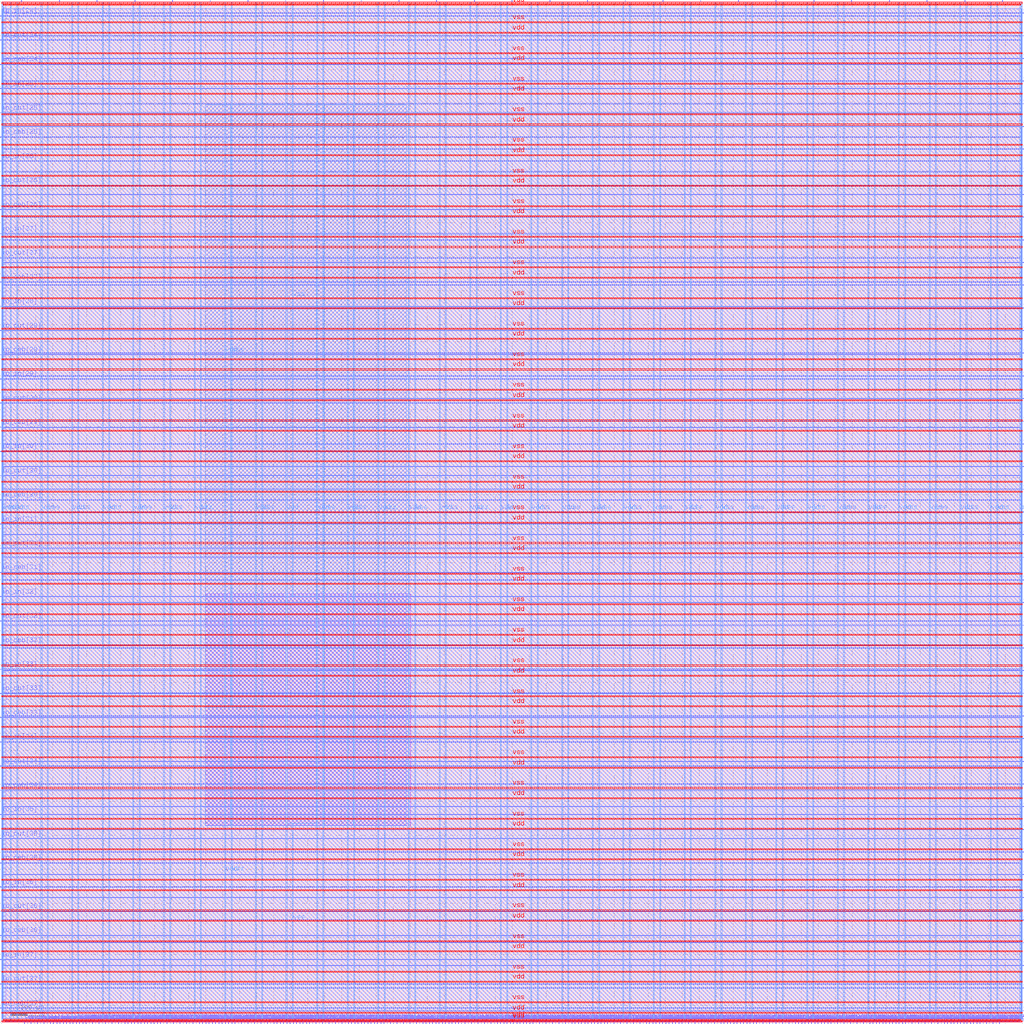
<source format=lef>
VERSION 5.7 ;
  NOWIREEXTENSIONATPIN ON ;
  DIVIDERCHAR "/" ;
  BUSBITCHARS "[]" ;
MACRO user_project_wrapper
  CLASS BLOCK ;
  FOREIGN user_project_wrapper ;
  ORIGIN 0.000 0.000 ;
  SIZE 3000.000 BY 3000.000 ;
  PIN io_in[0]
    DIRECTION INPUT ;
    USE SIGNAL ;
    PORT
      LAYER Metal3 ;
        RECT 2997.600 33.320 3004.800 34.440 ;
    END
  END io_in[0]
  PIN io_in[10]
    DIRECTION INPUT ;
    USE SIGNAL ;
    PORT
      LAYER Metal3 ;
        RECT 2997.600 2032.520 3004.800 2033.640 ;
    END
  END io_in[10]
  PIN io_in[11]
    DIRECTION INPUT ;
    USE SIGNAL ;
    PORT
      LAYER Metal3 ;
        RECT 2997.600 2232.440 3004.800 2233.560 ;
    END
  END io_in[11]
  PIN io_in[12]
    DIRECTION INPUT ;
    USE SIGNAL ;
    PORT
      LAYER Metal3 ;
        RECT 2997.600 2432.360 3004.800 2433.480 ;
    END
  END io_in[12]
  PIN io_in[13]
    DIRECTION INPUT ;
    USE SIGNAL ;
    PORT
      LAYER Metal3 ;
        RECT 2997.600 2632.280 3004.800 2633.400 ;
    END
  END io_in[13]
  PIN io_in[14]
    DIRECTION INPUT ;
    USE SIGNAL ;
    PORT
      LAYER Metal3 ;
        RECT 2997.600 2832.200 3004.800 2833.320 ;
    END
  END io_in[14]
  PIN io_in[15]
    DIRECTION INPUT ;
    USE SIGNAL ;
    PORT
      LAYER Metal2 ;
        RECT 2940.840 2997.600 2941.960 3004.800 ;
    END
  END io_in[15]
  PIN io_in[16]
    DIRECTION INPUT ;
    USE SIGNAL ;
    PORT
      LAYER Metal2 ;
        RECT 2608.200 2997.600 2609.320 3004.800 ;
    END
  END io_in[16]
  PIN io_in[17]
    DIRECTION INPUT ;
    USE SIGNAL ;
    PORT
      LAYER Metal2 ;
        RECT 2275.560 2997.600 2276.680 3004.800 ;
    END
  END io_in[17]
  PIN io_in[18]
    DIRECTION INPUT ;
    USE SIGNAL ;
    PORT
      LAYER Metal2 ;
        RECT 1942.920 2997.600 1944.040 3004.800 ;
    END
  END io_in[18]
  PIN io_in[19]
    DIRECTION INPUT ;
    USE SIGNAL ;
    PORT
      LAYER Metal2 ;
        RECT 1610.280 2997.600 1611.400 3004.800 ;
    END
  END io_in[19]
  PIN io_in[1]
    DIRECTION INPUT ;
    USE SIGNAL ;
    PORT
      LAYER Metal3 ;
        RECT 2997.600 233.240 3004.800 234.360 ;
    END
  END io_in[1]
  PIN io_in[20]
    DIRECTION INPUT ;
    USE SIGNAL ;
    PORT
      LAYER Metal2 ;
        RECT 1277.640 2997.600 1278.760 3004.800 ;
    END
  END io_in[20]
  PIN io_in[21]
    DIRECTION INPUT ;
    USE SIGNAL ;
    PORT
      LAYER Metal2 ;
        RECT 945.000 2997.600 946.120 3004.800 ;
    END
  END io_in[21]
  PIN io_in[22]
    DIRECTION INPUT ;
    USE SIGNAL ;
    PORT
      LAYER Metal2 ;
        RECT 612.360 2997.600 613.480 3004.800 ;
    END
  END io_in[22]
  PIN io_in[23]
    DIRECTION INPUT ;
    USE SIGNAL ;
    PORT
      LAYER Metal2 ;
        RECT 279.720 2997.600 280.840 3004.800 ;
    END
  END io_in[23]
  PIN io_in[24]
    DIRECTION INPUT ;
    USE SIGNAL ;
    PORT
      LAYER Metal3 ;
        RECT -4.800 2957.080 2.400 2958.200 ;
    END
  END io_in[24]
  PIN io_in[25]
    DIRECTION INPUT ;
    USE SIGNAL ;
    PORT
      LAYER Metal3 ;
        RECT -4.800 2743.720 2.400 2744.840 ;
    END
  END io_in[25]
  PIN io_in[26]
    DIRECTION INPUT ;
    USE SIGNAL ;
    PORT
      LAYER Metal3 ;
        RECT -4.800 2530.360 2.400 2531.480 ;
    END
  END io_in[26]
  PIN io_in[27]
    DIRECTION INPUT ;
    USE SIGNAL ;
    PORT
      LAYER Metal3 ;
        RECT -4.800 2317.000 2.400 2318.120 ;
    END
  END io_in[27]
  PIN io_in[28]
    DIRECTION INPUT ;
    USE SIGNAL ;
    PORT
      LAYER Metal3 ;
        RECT -4.800 2103.640 2.400 2104.760 ;
    END
  END io_in[28]
  PIN io_in[29]
    DIRECTION INPUT ;
    USE SIGNAL ;
    PORT
      LAYER Metal3 ;
        RECT -4.800 1890.280 2.400 1891.400 ;
    END
  END io_in[29]
  PIN io_in[2]
    DIRECTION INPUT ;
    USE SIGNAL ;
    PORT
      LAYER Metal3 ;
        RECT 2997.600 433.160 3004.800 434.280 ;
    END
  END io_in[2]
  PIN io_in[30]
    DIRECTION INPUT ;
    USE SIGNAL ;
    PORT
      LAYER Metal3 ;
        RECT -4.800 1676.920 2.400 1678.040 ;
    END
  END io_in[30]
  PIN io_in[31]
    DIRECTION INPUT ;
    USE SIGNAL ;
    PORT
      LAYER Metal3 ;
        RECT -4.800 1463.560 2.400 1464.680 ;
    END
  END io_in[31]
  PIN io_in[32]
    DIRECTION INPUT ;
    USE SIGNAL ;
    PORT
      LAYER Metal3 ;
        RECT -4.800 1250.200 2.400 1251.320 ;
    END
  END io_in[32]
  PIN io_in[33]
    DIRECTION INPUT ;
    USE SIGNAL ;
    PORT
      LAYER Metal3 ;
        RECT -4.800 1036.840 2.400 1037.960 ;
    END
  END io_in[33]
  PIN io_in[34]
    DIRECTION INPUT ;
    USE SIGNAL ;
    PORT
      LAYER Metal3 ;
        RECT -4.800 823.480 2.400 824.600 ;
    END
  END io_in[34]
  PIN io_in[35]
    DIRECTION INPUT ;
    USE SIGNAL ;
    PORT
      LAYER Metal3 ;
        RECT -4.800 610.120 2.400 611.240 ;
    END
  END io_in[35]
  PIN io_in[36]
    DIRECTION INPUT ;
    USE SIGNAL ;
    PORT
      LAYER Metal3 ;
        RECT -4.800 396.760 2.400 397.880 ;
    END
  END io_in[36]
  PIN io_in[37]
    DIRECTION INPUT ;
    USE SIGNAL ;
    PORT
      LAYER Metal3 ;
        RECT -4.800 183.400 2.400 184.520 ;
    END
  END io_in[37]
  PIN io_in[3]
    DIRECTION INPUT ;
    USE SIGNAL ;
    PORT
      LAYER Metal3 ;
        RECT 2997.600 633.080 3004.800 634.200 ;
    END
  END io_in[3]
  PIN io_in[4]
    DIRECTION INPUT ;
    USE SIGNAL ;
    PORT
      LAYER Metal3 ;
        RECT 2997.600 833.000 3004.800 834.120 ;
    END
  END io_in[4]
  PIN io_in[5]
    DIRECTION INPUT ;
    USE SIGNAL ;
    PORT
      LAYER Metal3 ;
        RECT 2997.600 1032.920 3004.800 1034.040 ;
    END
  END io_in[5]
  PIN io_in[6]
    DIRECTION INPUT ;
    USE SIGNAL ;
    PORT
      LAYER Metal3 ;
        RECT 2997.600 1232.840 3004.800 1233.960 ;
    END
  END io_in[6]
  PIN io_in[7]
    DIRECTION INPUT ;
    USE SIGNAL ;
    PORT
      LAYER Metal3 ;
        RECT 2997.600 1432.760 3004.800 1433.880 ;
    END
  END io_in[7]
  PIN io_in[8]
    DIRECTION INPUT ;
    USE SIGNAL ;
    PORT
      LAYER Metal3 ;
        RECT 2997.600 1632.680 3004.800 1633.800 ;
    END
  END io_in[8]
  PIN io_in[9]
    DIRECTION INPUT ;
    USE SIGNAL ;
    PORT
      LAYER Metal3 ;
        RECT 2997.600 1832.600 3004.800 1833.720 ;
    END
  END io_in[9]
  PIN io_oeb[0]
    DIRECTION OUTPUT TRISTATE ;
    USE SIGNAL ;
    PORT
      LAYER Metal3 ;
        RECT 2997.600 166.600 3004.800 167.720 ;
    END
  END io_oeb[0]
  PIN io_oeb[10]
    DIRECTION OUTPUT TRISTATE ;
    USE SIGNAL ;
    PORT
      LAYER Metal3 ;
        RECT 2997.600 2165.800 3004.800 2166.920 ;
    END
  END io_oeb[10]
  PIN io_oeb[11]
    DIRECTION OUTPUT TRISTATE ;
    USE SIGNAL ;
    PORT
      LAYER Metal3 ;
        RECT 2997.600 2365.720 3004.800 2366.840 ;
    END
  END io_oeb[11]
  PIN io_oeb[12]
    DIRECTION OUTPUT TRISTATE ;
    USE SIGNAL ;
    PORT
      LAYER Metal3 ;
        RECT 2997.600 2565.640 3004.800 2566.760 ;
    END
  END io_oeb[12]
  PIN io_oeb[13]
    DIRECTION OUTPUT TRISTATE ;
    USE SIGNAL ;
    PORT
      LAYER Metal3 ;
        RECT 2997.600 2765.560 3004.800 2766.680 ;
    END
  END io_oeb[13]
  PIN io_oeb[14]
    DIRECTION OUTPUT TRISTATE ;
    USE SIGNAL ;
    PORT
      LAYER Metal3 ;
        RECT 2997.600 2965.480 3004.800 2966.600 ;
    END
  END io_oeb[14]
  PIN io_oeb[15]
    DIRECTION OUTPUT TRISTATE ;
    USE SIGNAL ;
    PORT
      LAYER Metal2 ;
        RECT 2719.080 2997.600 2720.200 3004.800 ;
    END
  END io_oeb[15]
  PIN io_oeb[16]
    DIRECTION OUTPUT TRISTATE ;
    USE SIGNAL ;
    PORT
      LAYER Metal2 ;
        RECT 2386.440 2997.600 2387.560 3004.800 ;
    END
  END io_oeb[16]
  PIN io_oeb[17]
    DIRECTION OUTPUT TRISTATE ;
    USE SIGNAL ;
    PORT
      LAYER Metal2 ;
        RECT 2053.800 2997.600 2054.920 3004.800 ;
    END
  END io_oeb[17]
  PIN io_oeb[18]
    DIRECTION OUTPUT TRISTATE ;
    USE SIGNAL ;
    PORT
      LAYER Metal2 ;
        RECT 1721.160 2997.600 1722.280 3004.800 ;
    END
  END io_oeb[18]
  PIN io_oeb[19]
    DIRECTION OUTPUT TRISTATE ;
    USE SIGNAL ;
    PORT
      LAYER Metal2 ;
        RECT 1388.520 2997.600 1389.640 3004.800 ;
    END
  END io_oeb[19]
  PIN io_oeb[1]
    DIRECTION OUTPUT TRISTATE ;
    USE SIGNAL ;
    PORT
      LAYER Metal3 ;
        RECT 2997.600 366.520 3004.800 367.640 ;
    END
  END io_oeb[1]
  PIN io_oeb[20]
    DIRECTION OUTPUT TRISTATE ;
    USE SIGNAL ;
    PORT
      LAYER Metal2 ;
        RECT 1055.880 2997.600 1057.000 3004.800 ;
    END
  END io_oeb[20]
  PIN io_oeb[21]
    DIRECTION OUTPUT TRISTATE ;
    USE SIGNAL ;
    PORT
      LAYER Metal2 ;
        RECT 723.240 2997.600 724.360 3004.800 ;
    END
  END io_oeb[21]
  PIN io_oeb[22]
    DIRECTION OUTPUT TRISTATE ;
    USE SIGNAL ;
    PORT
      LAYER Metal2 ;
        RECT 390.600 2997.600 391.720 3004.800 ;
    END
  END io_oeb[22]
  PIN io_oeb[23]
    DIRECTION OUTPUT TRISTATE ;
    USE SIGNAL ;
    PORT
      LAYER Metal2 ;
        RECT 57.960 2997.600 59.080 3004.800 ;
    END
  END io_oeb[23]
  PIN io_oeb[24]
    DIRECTION OUTPUT TRISTATE ;
    USE SIGNAL ;
    PORT
      LAYER Metal3 ;
        RECT -4.800 2814.840 2.400 2815.960 ;
    END
  END io_oeb[24]
  PIN io_oeb[25]
    DIRECTION OUTPUT TRISTATE ;
    USE SIGNAL ;
    PORT
      LAYER Metal3 ;
        RECT -4.800 2601.480 2.400 2602.600 ;
    END
  END io_oeb[25]
  PIN io_oeb[26]
    DIRECTION OUTPUT TRISTATE ;
    USE SIGNAL ;
    PORT
      LAYER Metal3 ;
        RECT -4.800 2388.120 2.400 2389.240 ;
    END
  END io_oeb[26]
  PIN io_oeb[27]
    DIRECTION OUTPUT TRISTATE ;
    USE SIGNAL ;
    PORT
      LAYER Metal3 ;
        RECT -4.800 2174.760 2.400 2175.880 ;
    END
  END io_oeb[27]
  PIN io_oeb[28]
    DIRECTION OUTPUT TRISTATE ;
    USE SIGNAL ;
    PORT
      LAYER Metal3 ;
        RECT -4.800 1961.400 2.400 1962.520 ;
    END
  END io_oeb[28]
  PIN io_oeb[29]
    DIRECTION OUTPUT TRISTATE ;
    USE SIGNAL ;
    PORT
      LAYER Metal3 ;
        RECT -4.800 1748.040 2.400 1749.160 ;
    END
  END io_oeb[29]
  PIN io_oeb[2]
    DIRECTION OUTPUT TRISTATE ;
    USE SIGNAL ;
    PORT
      LAYER Metal3 ;
        RECT 2997.600 566.440 3004.800 567.560 ;
    END
  END io_oeb[2]
  PIN io_oeb[30]
    DIRECTION OUTPUT TRISTATE ;
    USE SIGNAL ;
    PORT
      LAYER Metal3 ;
        RECT -4.800 1534.680 2.400 1535.800 ;
    END
  END io_oeb[30]
  PIN io_oeb[31]
    DIRECTION OUTPUT TRISTATE ;
    USE SIGNAL ;
    PORT
      LAYER Metal3 ;
        RECT -4.800 1321.320 2.400 1322.440 ;
    END
  END io_oeb[31]
  PIN io_oeb[32]
    DIRECTION OUTPUT TRISTATE ;
    USE SIGNAL ;
    PORT
      LAYER Metal3 ;
        RECT -4.800 1107.960 2.400 1109.080 ;
    END
  END io_oeb[32]
  PIN io_oeb[33]
    DIRECTION OUTPUT TRISTATE ;
    USE SIGNAL ;
    PORT
      LAYER Metal3 ;
        RECT -4.800 894.600 2.400 895.720 ;
    END
  END io_oeb[33]
  PIN io_oeb[34]
    DIRECTION OUTPUT TRISTATE ;
    USE SIGNAL ;
    PORT
      LAYER Metal3 ;
        RECT -4.800 681.240 2.400 682.360 ;
    END
  END io_oeb[34]
  PIN io_oeb[35]
    DIRECTION OUTPUT TRISTATE ;
    USE SIGNAL ;
    PORT
      LAYER Metal3 ;
        RECT -4.800 467.880 2.400 469.000 ;
    END
  END io_oeb[35]
  PIN io_oeb[36]
    DIRECTION OUTPUT TRISTATE ;
    USE SIGNAL ;
    PORT
      LAYER Metal3 ;
        RECT -4.800 254.520 2.400 255.640 ;
    END
  END io_oeb[36]
  PIN io_oeb[37]
    DIRECTION OUTPUT TRISTATE ;
    USE SIGNAL ;
    PORT
      LAYER Metal3 ;
        RECT -4.800 41.160 2.400 42.280 ;
    END
  END io_oeb[37]
  PIN io_oeb[3]
    DIRECTION OUTPUT TRISTATE ;
    USE SIGNAL ;
    PORT
      LAYER Metal3 ;
        RECT 2997.600 766.360 3004.800 767.480 ;
    END
  END io_oeb[3]
  PIN io_oeb[4]
    DIRECTION OUTPUT TRISTATE ;
    USE SIGNAL ;
    PORT
      LAYER Metal3 ;
        RECT 2997.600 966.280 3004.800 967.400 ;
    END
  END io_oeb[4]
  PIN io_oeb[5]
    DIRECTION OUTPUT TRISTATE ;
    USE SIGNAL ;
    PORT
      LAYER Metal3 ;
        RECT 2997.600 1166.200 3004.800 1167.320 ;
    END
  END io_oeb[5]
  PIN io_oeb[6]
    DIRECTION OUTPUT TRISTATE ;
    USE SIGNAL ;
    PORT
      LAYER Metal3 ;
        RECT 2997.600 1366.120 3004.800 1367.240 ;
    END
  END io_oeb[6]
  PIN io_oeb[7]
    DIRECTION OUTPUT TRISTATE ;
    USE SIGNAL ;
    PORT
      LAYER Metal3 ;
        RECT 2997.600 1566.040 3004.800 1567.160 ;
    END
  END io_oeb[7]
  PIN io_oeb[8]
    DIRECTION OUTPUT TRISTATE ;
    USE SIGNAL ;
    PORT
      LAYER Metal3 ;
        RECT 2997.600 1765.960 3004.800 1767.080 ;
    END
  END io_oeb[8]
  PIN io_oeb[9]
    DIRECTION OUTPUT TRISTATE ;
    USE SIGNAL ;
    PORT
      LAYER Metal3 ;
        RECT 2997.600 1965.880 3004.800 1967.000 ;
    END
  END io_oeb[9]
  PIN io_out[0]
    DIRECTION OUTPUT TRISTATE ;
    USE SIGNAL ;
    PORT
      LAYER Metal3 ;
        RECT 2997.600 99.960 3004.800 101.080 ;
    END
  END io_out[0]
  PIN io_out[10]
    DIRECTION OUTPUT TRISTATE ;
    USE SIGNAL ;
    PORT
      LAYER Metal3 ;
        RECT 2997.600 2099.160 3004.800 2100.280 ;
    END
  END io_out[10]
  PIN io_out[11]
    DIRECTION OUTPUT TRISTATE ;
    USE SIGNAL ;
    PORT
      LAYER Metal3 ;
        RECT 2997.600 2299.080 3004.800 2300.200 ;
    END
  END io_out[11]
  PIN io_out[12]
    DIRECTION OUTPUT TRISTATE ;
    USE SIGNAL ;
    PORT
      LAYER Metal3 ;
        RECT 2997.600 2499.000 3004.800 2500.120 ;
    END
  END io_out[12]
  PIN io_out[13]
    DIRECTION OUTPUT TRISTATE ;
    USE SIGNAL ;
    PORT
      LAYER Metal3 ;
        RECT 2997.600 2698.920 3004.800 2700.040 ;
    END
  END io_out[13]
  PIN io_out[14]
    DIRECTION OUTPUT TRISTATE ;
    USE SIGNAL ;
    PORT
      LAYER Metal3 ;
        RECT 2997.600 2898.840 3004.800 2899.960 ;
    END
  END io_out[14]
  PIN io_out[15]
    DIRECTION OUTPUT TRISTATE ;
    USE SIGNAL ;
    PORT
      LAYER Metal2 ;
        RECT 2829.960 2997.600 2831.080 3004.800 ;
    END
  END io_out[15]
  PIN io_out[16]
    DIRECTION OUTPUT TRISTATE ;
    USE SIGNAL ;
    PORT
      LAYER Metal2 ;
        RECT 2497.320 2997.600 2498.440 3004.800 ;
    END
  END io_out[16]
  PIN io_out[17]
    DIRECTION OUTPUT TRISTATE ;
    USE SIGNAL ;
    PORT
      LAYER Metal2 ;
        RECT 2164.680 2997.600 2165.800 3004.800 ;
    END
  END io_out[17]
  PIN io_out[18]
    DIRECTION OUTPUT TRISTATE ;
    USE SIGNAL ;
    PORT
      LAYER Metal2 ;
        RECT 1832.040 2997.600 1833.160 3004.800 ;
    END
  END io_out[18]
  PIN io_out[19]
    DIRECTION OUTPUT TRISTATE ;
    USE SIGNAL ;
    PORT
      LAYER Metal2 ;
        RECT 1499.400 2997.600 1500.520 3004.800 ;
    END
  END io_out[19]
  PIN io_out[1]
    DIRECTION OUTPUT TRISTATE ;
    USE SIGNAL ;
    PORT
      LAYER Metal3 ;
        RECT 2997.600 299.880 3004.800 301.000 ;
    END
  END io_out[1]
  PIN io_out[20]
    DIRECTION OUTPUT TRISTATE ;
    USE SIGNAL ;
    PORT
      LAYER Metal2 ;
        RECT 1166.760 2997.600 1167.880 3004.800 ;
    END
  END io_out[20]
  PIN io_out[21]
    DIRECTION OUTPUT TRISTATE ;
    USE SIGNAL ;
    PORT
      LAYER Metal2 ;
        RECT 834.120 2997.600 835.240 3004.800 ;
    END
  END io_out[21]
  PIN io_out[22]
    DIRECTION OUTPUT TRISTATE ;
    USE SIGNAL ;
    PORT
      LAYER Metal2 ;
        RECT 501.480 2997.600 502.600 3004.800 ;
    END
  END io_out[22]
  PIN io_out[23]
    DIRECTION OUTPUT TRISTATE ;
    USE SIGNAL ;
    PORT
      LAYER Metal2 ;
        RECT 168.840 2997.600 169.960 3004.800 ;
    END
  END io_out[23]
  PIN io_out[24]
    DIRECTION OUTPUT TRISTATE ;
    USE SIGNAL ;
    PORT
      LAYER Metal3 ;
        RECT -4.800 2885.960 2.400 2887.080 ;
    END
  END io_out[24]
  PIN io_out[25]
    DIRECTION OUTPUT TRISTATE ;
    USE SIGNAL ;
    PORT
      LAYER Metal3 ;
        RECT -4.800 2672.600 2.400 2673.720 ;
    END
  END io_out[25]
  PIN io_out[26]
    DIRECTION OUTPUT TRISTATE ;
    USE SIGNAL ;
    PORT
      LAYER Metal3 ;
        RECT -4.800 2459.240 2.400 2460.360 ;
    END
  END io_out[26]
  PIN io_out[27]
    DIRECTION OUTPUT TRISTATE ;
    USE SIGNAL ;
    PORT
      LAYER Metal3 ;
        RECT -4.800 2245.880 2.400 2247.000 ;
    END
  END io_out[27]
  PIN io_out[28]
    DIRECTION OUTPUT TRISTATE ;
    USE SIGNAL ;
    PORT
      LAYER Metal3 ;
        RECT -4.800 2032.520 2.400 2033.640 ;
    END
  END io_out[28]
  PIN io_out[29]
    DIRECTION OUTPUT TRISTATE ;
    USE SIGNAL ;
    PORT
      LAYER Metal3 ;
        RECT -4.800 1819.160 2.400 1820.280 ;
    END
  END io_out[29]
  PIN io_out[2]
    DIRECTION OUTPUT TRISTATE ;
    USE SIGNAL ;
    PORT
      LAYER Metal3 ;
        RECT 2997.600 499.800 3004.800 500.920 ;
    END
  END io_out[2]
  PIN io_out[30]
    DIRECTION OUTPUT TRISTATE ;
    USE SIGNAL ;
    PORT
      LAYER Metal3 ;
        RECT -4.800 1605.800 2.400 1606.920 ;
    END
  END io_out[30]
  PIN io_out[31]
    DIRECTION OUTPUT TRISTATE ;
    USE SIGNAL ;
    PORT
      LAYER Metal3 ;
        RECT -4.800 1392.440 2.400 1393.560 ;
    END
  END io_out[31]
  PIN io_out[32]
    DIRECTION OUTPUT TRISTATE ;
    USE SIGNAL ;
    PORT
      LAYER Metal3 ;
        RECT -4.800 1179.080 2.400 1180.200 ;
    END
  END io_out[32]
  PIN io_out[33]
    DIRECTION OUTPUT TRISTATE ;
    USE SIGNAL ;
    PORT
      LAYER Metal3 ;
        RECT -4.800 965.720 2.400 966.840 ;
    END
  END io_out[33]
  PIN io_out[34]
    DIRECTION OUTPUT TRISTATE ;
    USE SIGNAL ;
    PORT
      LAYER Metal3 ;
        RECT -4.800 752.360 2.400 753.480 ;
    END
  END io_out[34]
  PIN io_out[35]
    DIRECTION OUTPUT TRISTATE ;
    USE SIGNAL ;
    PORT
      LAYER Metal3 ;
        RECT -4.800 539.000 2.400 540.120 ;
    END
  END io_out[35]
  PIN io_out[36]
    DIRECTION OUTPUT TRISTATE ;
    USE SIGNAL ;
    PORT
      LAYER Metal3 ;
        RECT -4.800 325.640 2.400 326.760 ;
    END
  END io_out[36]
  PIN io_out[37]
    DIRECTION OUTPUT TRISTATE ;
    USE SIGNAL ;
    PORT
      LAYER Metal3 ;
        RECT -4.800 112.280 2.400 113.400 ;
    END
  END io_out[37]
  PIN io_out[3]
    DIRECTION OUTPUT TRISTATE ;
    USE SIGNAL ;
    PORT
      LAYER Metal3 ;
        RECT 2997.600 699.720 3004.800 700.840 ;
    END
  END io_out[3]
  PIN io_out[4]
    DIRECTION OUTPUT TRISTATE ;
    USE SIGNAL ;
    PORT
      LAYER Metal3 ;
        RECT 2997.600 899.640 3004.800 900.760 ;
    END
  END io_out[4]
  PIN io_out[5]
    DIRECTION OUTPUT TRISTATE ;
    USE SIGNAL ;
    PORT
      LAYER Metal3 ;
        RECT 2997.600 1099.560 3004.800 1100.680 ;
    END
  END io_out[5]
  PIN io_out[6]
    DIRECTION OUTPUT TRISTATE ;
    USE SIGNAL ;
    PORT
      LAYER Metal3 ;
        RECT 2997.600 1299.480 3004.800 1300.600 ;
    END
  END io_out[6]
  PIN io_out[7]
    DIRECTION OUTPUT TRISTATE ;
    USE SIGNAL ;
    PORT
      LAYER Metal3 ;
        RECT 2997.600 1499.400 3004.800 1500.520 ;
    END
  END io_out[7]
  PIN io_out[8]
    DIRECTION OUTPUT TRISTATE ;
    USE SIGNAL ;
    PORT
      LAYER Metal3 ;
        RECT 2997.600 1699.320 3004.800 1700.440 ;
    END
  END io_out[8]
  PIN io_out[9]
    DIRECTION OUTPUT TRISTATE ;
    USE SIGNAL ;
    PORT
      LAYER Metal3 ;
        RECT 2997.600 1899.240 3004.800 1900.360 ;
    END
  END io_out[9]
  PIN la_data_in[0]
    DIRECTION INPUT ;
    USE SIGNAL ;
    PORT
      LAYER Metal2 ;
        RECT 1075.480 -4.800 1076.600 2.400 ;
    END
  END la_data_in[0]
  PIN la_data_in[10]
    DIRECTION INPUT ;
    USE SIGNAL ;
    PORT
      LAYER Metal2 ;
        RECT 1361.080 -4.800 1362.200 2.400 ;
    END
  END la_data_in[10]
  PIN la_data_in[11]
    DIRECTION INPUT ;
    USE SIGNAL ;
    PORT
      LAYER Metal2 ;
        RECT 1389.640 -4.800 1390.760 2.400 ;
    END
  END la_data_in[11]
  PIN la_data_in[12]
    DIRECTION INPUT ;
    USE SIGNAL ;
    PORT
      LAYER Metal2 ;
        RECT 1418.200 -4.800 1419.320 2.400 ;
    END
  END la_data_in[12]
  PIN la_data_in[13]
    DIRECTION INPUT ;
    USE SIGNAL ;
    PORT
      LAYER Metal2 ;
        RECT 1446.760 -4.800 1447.880 2.400 ;
    END
  END la_data_in[13]
  PIN la_data_in[14]
    DIRECTION INPUT ;
    USE SIGNAL ;
    PORT
      LAYER Metal2 ;
        RECT 1475.320 -4.800 1476.440 2.400 ;
    END
  END la_data_in[14]
  PIN la_data_in[15]
    DIRECTION INPUT ;
    USE SIGNAL ;
    PORT
      LAYER Metal2 ;
        RECT 1503.880 -4.800 1505.000 2.400 ;
    END
  END la_data_in[15]
  PIN la_data_in[16]
    DIRECTION INPUT ;
    USE SIGNAL ;
    PORT
      LAYER Metal2 ;
        RECT 1532.440 -4.800 1533.560 2.400 ;
    END
  END la_data_in[16]
  PIN la_data_in[17]
    DIRECTION INPUT ;
    USE SIGNAL ;
    PORT
      LAYER Metal2 ;
        RECT 1561.000 -4.800 1562.120 2.400 ;
    END
  END la_data_in[17]
  PIN la_data_in[18]
    DIRECTION INPUT ;
    USE SIGNAL ;
    PORT
      LAYER Metal2 ;
        RECT 1589.560 -4.800 1590.680 2.400 ;
    END
  END la_data_in[18]
  PIN la_data_in[19]
    DIRECTION INPUT ;
    USE SIGNAL ;
    PORT
      LAYER Metal2 ;
        RECT 1618.120 -4.800 1619.240 2.400 ;
    END
  END la_data_in[19]
  PIN la_data_in[1]
    DIRECTION INPUT ;
    USE SIGNAL ;
    PORT
      LAYER Metal2 ;
        RECT 1104.040 -4.800 1105.160 2.400 ;
    END
  END la_data_in[1]
  PIN la_data_in[20]
    DIRECTION INPUT ;
    USE SIGNAL ;
    PORT
      LAYER Metal2 ;
        RECT 1646.680 -4.800 1647.800 2.400 ;
    END
  END la_data_in[20]
  PIN la_data_in[21]
    DIRECTION INPUT ;
    USE SIGNAL ;
    PORT
      LAYER Metal2 ;
        RECT 1675.240 -4.800 1676.360 2.400 ;
    END
  END la_data_in[21]
  PIN la_data_in[22]
    DIRECTION INPUT ;
    USE SIGNAL ;
    PORT
      LAYER Metal2 ;
        RECT 1703.800 -4.800 1704.920 2.400 ;
    END
  END la_data_in[22]
  PIN la_data_in[23]
    DIRECTION INPUT ;
    USE SIGNAL ;
    PORT
      LAYER Metal2 ;
        RECT 1732.360 -4.800 1733.480 2.400 ;
    END
  END la_data_in[23]
  PIN la_data_in[24]
    DIRECTION INPUT ;
    USE SIGNAL ;
    PORT
      LAYER Metal2 ;
        RECT 1760.920 -4.800 1762.040 2.400 ;
    END
  END la_data_in[24]
  PIN la_data_in[25]
    DIRECTION INPUT ;
    USE SIGNAL ;
    PORT
      LAYER Metal2 ;
        RECT 1789.480 -4.800 1790.600 2.400 ;
    END
  END la_data_in[25]
  PIN la_data_in[26]
    DIRECTION INPUT ;
    USE SIGNAL ;
    PORT
      LAYER Metal2 ;
        RECT 1818.040 -4.800 1819.160 2.400 ;
    END
  END la_data_in[26]
  PIN la_data_in[27]
    DIRECTION INPUT ;
    USE SIGNAL ;
    PORT
      LAYER Metal2 ;
        RECT 1846.600 -4.800 1847.720 2.400 ;
    END
  END la_data_in[27]
  PIN la_data_in[28]
    DIRECTION INPUT ;
    USE SIGNAL ;
    PORT
      LAYER Metal2 ;
        RECT 1875.160 -4.800 1876.280 2.400 ;
    END
  END la_data_in[28]
  PIN la_data_in[29]
    DIRECTION INPUT ;
    USE SIGNAL ;
    PORT
      LAYER Metal2 ;
        RECT 1903.720 -4.800 1904.840 2.400 ;
    END
  END la_data_in[29]
  PIN la_data_in[2]
    DIRECTION INPUT ;
    USE SIGNAL ;
    PORT
      LAYER Metal2 ;
        RECT 1132.600 -4.800 1133.720 2.400 ;
    END
  END la_data_in[2]
  PIN la_data_in[30]
    DIRECTION INPUT ;
    USE SIGNAL ;
    PORT
      LAYER Metal2 ;
        RECT 1932.280 -4.800 1933.400 2.400 ;
    END
  END la_data_in[30]
  PIN la_data_in[31]
    DIRECTION INPUT ;
    USE SIGNAL ;
    PORT
      LAYER Metal2 ;
        RECT 1960.840 -4.800 1961.960 2.400 ;
    END
  END la_data_in[31]
  PIN la_data_in[32]
    DIRECTION INPUT ;
    USE SIGNAL ;
    PORT
      LAYER Metal2 ;
        RECT 1989.400 -4.800 1990.520 2.400 ;
    END
  END la_data_in[32]
  PIN la_data_in[33]
    DIRECTION INPUT ;
    USE SIGNAL ;
    PORT
      LAYER Metal2 ;
        RECT 2017.960 -4.800 2019.080 2.400 ;
    END
  END la_data_in[33]
  PIN la_data_in[34]
    DIRECTION INPUT ;
    USE SIGNAL ;
    PORT
      LAYER Metal2 ;
        RECT 2046.520 -4.800 2047.640 2.400 ;
    END
  END la_data_in[34]
  PIN la_data_in[35]
    DIRECTION INPUT ;
    USE SIGNAL ;
    PORT
      LAYER Metal2 ;
        RECT 2075.080 -4.800 2076.200 2.400 ;
    END
  END la_data_in[35]
  PIN la_data_in[36]
    DIRECTION INPUT ;
    USE SIGNAL ;
    PORT
      LAYER Metal2 ;
        RECT 2103.640 -4.800 2104.760 2.400 ;
    END
  END la_data_in[36]
  PIN la_data_in[37]
    DIRECTION INPUT ;
    USE SIGNAL ;
    PORT
      LAYER Metal2 ;
        RECT 2132.200 -4.800 2133.320 2.400 ;
    END
  END la_data_in[37]
  PIN la_data_in[38]
    DIRECTION INPUT ;
    USE SIGNAL ;
    PORT
      LAYER Metal2 ;
        RECT 2160.760 -4.800 2161.880 2.400 ;
    END
  END la_data_in[38]
  PIN la_data_in[39]
    DIRECTION INPUT ;
    USE SIGNAL ;
    PORT
      LAYER Metal2 ;
        RECT 2189.320 -4.800 2190.440 2.400 ;
    END
  END la_data_in[39]
  PIN la_data_in[3]
    DIRECTION INPUT ;
    USE SIGNAL ;
    PORT
      LAYER Metal2 ;
        RECT 1161.160 -4.800 1162.280 2.400 ;
    END
  END la_data_in[3]
  PIN la_data_in[40]
    DIRECTION INPUT ;
    USE SIGNAL ;
    PORT
      LAYER Metal2 ;
        RECT 2217.880 -4.800 2219.000 2.400 ;
    END
  END la_data_in[40]
  PIN la_data_in[41]
    DIRECTION INPUT ;
    USE SIGNAL ;
    PORT
      LAYER Metal2 ;
        RECT 2246.440 -4.800 2247.560 2.400 ;
    END
  END la_data_in[41]
  PIN la_data_in[42]
    DIRECTION INPUT ;
    USE SIGNAL ;
    PORT
      LAYER Metal2 ;
        RECT 2275.000 -4.800 2276.120 2.400 ;
    END
  END la_data_in[42]
  PIN la_data_in[43]
    DIRECTION INPUT ;
    USE SIGNAL ;
    PORT
      LAYER Metal2 ;
        RECT 2303.560 -4.800 2304.680 2.400 ;
    END
  END la_data_in[43]
  PIN la_data_in[44]
    DIRECTION INPUT ;
    USE SIGNAL ;
    PORT
      LAYER Metal2 ;
        RECT 2332.120 -4.800 2333.240 2.400 ;
    END
  END la_data_in[44]
  PIN la_data_in[45]
    DIRECTION INPUT ;
    USE SIGNAL ;
    PORT
      LAYER Metal2 ;
        RECT 2360.680 -4.800 2361.800 2.400 ;
    END
  END la_data_in[45]
  PIN la_data_in[46]
    DIRECTION INPUT ;
    USE SIGNAL ;
    PORT
      LAYER Metal2 ;
        RECT 2389.240 -4.800 2390.360 2.400 ;
    END
  END la_data_in[46]
  PIN la_data_in[47]
    DIRECTION INPUT ;
    USE SIGNAL ;
    PORT
      LAYER Metal2 ;
        RECT 2417.800 -4.800 2418.920 2.400 ;
    END
  END la_data_in[47]
  PIN la_data_in[48]
    DIRECTION INPUT ;
    USE SIGNAL ;
    PORT
      LAYER Metal2 ;
        RECT 2446.360 -4.800 2447.480 2.400 ;
    END
  END la_data_in[48]
  PIN la_data_in[49]
    DIRECTION INPUT ;
    USE SIGNAL ;
    PORT
      LAYER Metal2 ;
        RECT 2474.920 -4.800 2476.040 2.400 ;
    END
  END la_data_in[49]
  PIN la_data_in[4]
    DIRECTION INPUT ;
    USE SIGNAL ;
    PORT
      LAYER Metal2 ;
        RECT 1189.720 -4.800 1190.840 2.400 ;
    END
  END la_data_in[4]
  PIN la_data_in[50]
    DIRECTION INPUT ;
    USE SIGNAL ;
    PORT
      LAYER Metal2 ;
        RECT 2503.480 -4.800 2504.600 2.400 ;
    END
  END la_data_in[50]
  PIN la_data_in[51]
    DIRECTION INPUT ;
    USE SIGNAL ;
    PORT
      LAYER Metal2 ;
        RECT 2532.040 -4.800 2533.160 2.400 ;
    END
  END la_data_in[51]
  PIN la_data_in[52]
    DIRECTION INPUT ;
    USE SIGNAL ;
    PORT
      LAYER Metal2 ;
        RECT 2560.600 -4.800 2561.720 2.400 ;
    END
  END la_data_in[52]
  PIN la_data_in[53]
    DIRECTION INPUT ;
    USE SIGNAL ;
    PORT
      LAYER Metal2 ;
        RECT 2589.160 -4.800 2590.280 2.400 ;
    END
  END la_data_in[53]
  PIN la_data_in[54]
    DIRECTION INPUT ;
    USE SIGNAL ;
    PORT
      LAYER Metal2 ;
        RECT 2617.720 -4.800 2618.840 2.400 ;
    END
  END la_data_in[54]
  PIN la_data_in[55]
    DIRECTION INPUT ;
    USE SIGNAL ;
    PORT
      LAYER Metal2 ;
        RECT 2646.280 -4.800 2647.400 2.400 ;
    END
  END la_data_in[55]
  PIN la_data_in[56]
    DIRECTION INPUT ;
    USE SIGNAL ;
    PORT
      LAYER Metal2 ;
        RECT 2674.840 -4.800 2675.960 2.400 ;
    END
  END la_data_in[56]
  PIN la_data_in[57]
    DIRECTION INPUT ;
    USE SIGNAL ;
    PORT
      LAYER Metal2 ;
        RECT 2703.400 -4.800 2704.520 2.400 ;
    END
  END la_data_in[57]
  PIN la_data_in[58]
    DIRECTION INPUT ;
    USE SIGNAL ;
    PORT
      LAYER Metal2 ;
        RECT 2731.960 -4.800 2733.080 2.400 ;
    END
  END la_data_in[58]
  PIN la_data_in[59]
    DIRECTION INPUT ;
    USE SIGNAL ;
    PORT
      LAYER Metal2 ;
        RECT 2760.520 -4.800 2761.640 2.400 ;
    END
  END la_data_in[59]
  PIN la_data_in[5]
    DIRECTION INPUT ;
    USE SIGNAL ;
    PORT
      LAYER Metal2 ;
        RECT 1218.280 -4.800 1219.400 2.400 ;
    END
  END la_data_in[5]
  PIN la_data_in[60]
    DIRECTION INPUT ;
    USE SIGNAL ;
    PORT
      LAYER Metal2 ;
        RECT 2789.080 -4.800 2790.200 2.400 ;
    END
  END la_data_in[60]
  PIN la_data_in[61]
    DIRECTION INPUT ;
    USE SIGNAL ;
    PORT
      LAYER Metal2 ;
        RECT 2817.640 -4.800 2818.760 2.400 ;
    END
  END la_data_in[61]
  PIN la_data_in[62]
    DIRECTION INPUT ;
    USE SIGNAL ;
    PORT
      LAYER Metal2 ;
        RECT 2846.200 -4.800 2847.320 2.400 ;
    END
  END la_data_in[62]
  PIN la_data_in[63]
    DIRECTION INPUT ;
    USE SIGNAL ;
    PORT
      LAYER Metal2 ;
        RECT 2874.760 -4.800 2875.880 2.400 ;
    END
  END la_data_in[63]
  PIN la_data_in[6]
    DIRECTION INPUT ;
    USE SIGNAL ;
    PORT
      LAYER Metal2 ;
        RECT 1246.840 -4.800 1247.960 2.400 ;
    END
  END la_data_in[6]
  PIN la_data_in[7]
    DIRECTION INPUT ;
    USE SIGNAL ;
    PORT
      LAYER Metal2 ;
        RECT 1275.400 -4.800 1276.520 2.400 ;
    END
  END la_data_in[7]
  PIN la_data_in[8]
    DIRECTION INPUT ;
    USE SIGNAL ;
    PORT
      LAYER Metal2 ;
        RECT 1303.960 -4.800 1305.080 2.400 ;
    END
  END la_data_in[8]
  PIN la_data_in[9]
    DIRECTION INPUT ;
    USE SIGNAL ;
    PORT
      LAYER Metal2 ;
        RECT 1332.520 -4.800 1333.640 2.400 ;
    END
  END la_data_in[9]
  PIN la_data_out[0]
    DIRECTION OUTPUT TRISTATE ;
    USE SIGNAL ;
    PORT
      LAYER Metal2 ;
        RECT 1085.000 -4.800 1086.120 2.400 ;
    END
  END la_data_out[0]
  PIN la_data_out[10]
    DIRECTION OUTPUT TRISTATE ;
    USE SIGNAL ;
    PORT
      LAYER Metal2 ;
        RECT 1370.600 -4.800 1371.720 2.400 ;
    END
  END la_data_out[10]
  PIN la_data_out[11]
    DIRECTION OUTPUT TRISTATE ;
    USE SIGNAL ;
    PORT
      LAYER Metal2 ;
        RECT 1399.160 -4.800 1400.280 2.400 ;
    END
  END la_data_out[11]
  PIN la_data_out[12]
    DIRECTION OUTPUT TRISTATE ;
    USE SIGNAL ;
    PORT
      LAYER Metal2 ;
        RECT 1427.720 -4.800 1428.840 2.400 ;
    END
  END la_data_out[12]
  PIN la_data_out[13]
    DIRECTION OUTPUT TRISTATE ;
    USE SIGNAL ;
    PORT
      LAYER Metal2 ;
        RECT 1456.280 -4.800 1457.400 2.400 ;
    END
  END la_data_out[13]
  PIN la_data_out[14]
    DIRECTION OUTPUT TRISTATE ;
    USE SIGNAL ;
    PORT
      LAYER Metal2 ;
        RECT 1484.840 -4.800 1485.960 2.400 ;
    END
  END la_data_out[14]
  PIN la_data_out[15]
    DIRECTION OUTPUT TRISTATE ;
    USE SIGNAL ;
    PORT
      LAYER Metal2 ;
        RECT 1513.400 -4.800 1514.520 2.400 ;
    END
  END la_data_out[15]
  PIN la_data_out[16]
    DIRECTION OUTPUT TRISTATE ;
    USE SIGNAL ;
    PORT
      LAYER Metal2 ;
        RECT 1541.960 -4.800 1543.080 2.400 ;
    END
  END la_data_out[16]
  PIN la_data_out[17]
    DIRECTION OUTPUT TRISTATE ;
    USE SIGNAL ;
    PORT
      LAYER Metal2 ;
        RECT 1570.520 -4.800 1571.640 2.400 ;
    END
  END la_data_out[17]
  PIN la_data_out[18]
    DIRECTION OUTPUT TRISTATE ;
    USE SIGNAL ;
    PORT
      LAYER Metal2 ;
        RECT 1599.080 -4.800 1600.200 2.400 ;
    END
  END la_data_out[18]
  PIN la_data_out[19]
    DIRECTION OUTPUT TRISTATE ;
    USE SIGNAL ;
    PORT
      LAYER Metal2 ;
        RECT 1627.640 -4.800 1628.760 2.400 ;
    END
  END la_data_out[19]
  PIN la_data_out[1]
    DIRECTION OUTPUT TRISTATE ;
    USE SIGNAL ;
    PORT
      LAYER Metal2 ;
        RECT 1113.560 -4.800 1114.680 2.400 ;
    END
  END la_data_out[1]
  PIN la_data_out[20]
    DIRECTION OUTPUT TRISTATE ;
    USE SIGNAL ;
    PORT
      LAYER Metal2 ;
        RECT 1656.200 -4.800 1657.320 2.400 ;
    END
  END la_data_out[20]
  PIN la_data_out[21]
    DIRECTION OUTPUT TRISTATE ;
    USE SIGNAL ;
    PORT
      LAYER Metal2 ;
        RECT 1684.760 -4.800 1685.880 2.400 ;
    END
  END la_data_out[21]
  PIN la_data_out[22]
    DIRECTION OUTPUT TRISTATE ;
    USE SIGNAL ;
    PORT
      LAYER Metal2 ;
        RECT 1713.320 -4.800 1714.440 2.400 ;
    END
  END la_data_out[22]
  PIN la_data_out[23]
    DIRECTION OUTPUT TRISTATE ;
    USE SIGNAL ;
    PORT
      LAYER Metal2 ;
        RECT 1741.880 -4.800 1743.000 2.400 ;
    END
  END la_data_out[23]
  PIN la_data_out[24]
    DIRECTION OUTPUT TRISTATE ;
    USE SIGNAL ;
    PORT
      LAYER Metal2 ;
        RECT 1770.440 -4.800 1771.560 2.400 ;
    END
  END la_data_out[24]
  PIN la_data_out[25]
    DIRECTION OUTPUT TRISTATE ;
    USE SIGNAL ;
    PORT
      LAYER Metal2 ;
        RECT 1799.000 -4.800 1800.120 2.400 ;
    END
  END la_data_out[25]
  PIN la_data_out[26]
    DIRECTION OUTPUT TRISTATE ;
    USE SIGNAL ;
    PORT
      LAYER Metal2 ;
        RECT 1827.560 -4.800 1828.680 2.400 ;
    END
  END la_data_out[26]
  PIN la_data_out[27]
    DIRECTION OUTPUT TRISTATE ;
    USE SIGNAL ;
    PORT
      LAYER Metal2 ;
        RECT 1856.120 -4.800 1857.240 2.400 ;
    END
  END la_data_out[27]
  PIN la_data_out[28]
    DIRECTION OUTPUT TRISTATE ;
    USE SIGNAL ;
    PORT
      LAYER Metal2 ;
        RECT 1884.680 -4.800 1885.800 2.400 ;
    END
  END la_data_out[28]
  PIN la_data_out[29]
    DIRECTION OUTPUT TRISTATE ;
    USE SIGNAL ;
    PORT
      LAYER Metal2 ;
        RECT 1913.240 -4.800 1914.360 2.400 ;
    END
  END la_data_out[29]
  PIN la_data_out[2]
    DIRECTION OUTPUT TRISTATE ;
    USE SIGNAL ;
    PORT
      LAYER Metal2 ;
        RECT 1142.120 -4.800 1143.240 2.400 ;
    END
  END la_data_out[2]
  PIN la_data_out[30]
    DIRECTION OUTPUT TRISTATE ;
    USE SIGNAL ;
    PORT
      LAYER Metal2 ;
        RECT 1941.800 -4.800 1942.920 2.400 ;
    END
  END la_data_out[30]
  PIN la_data_out[31]
    DIRECTION OUTPUT TRISTATE ;
    USE SIGNAL ;
    PORT
      LAYER Metal2 ;
        RECT 1970.360 -4.800 1971.480 2.400 ;
    END
  END la_data_out[31]
  PIN la_data_out[32]
    DIRECTION OUTPUT TRISTATE ;
    USE SIGNAL ;
    PORT
      LAYER Metal2 ;
        RECT 1998.920 -4.800 2000.040 2.400 ;
    END
  END la_data_out[32]
  PIN la_data_out[33]
    DIRECTION OUTPUT TRISTATE ;
    USE SIGNAL ;
    PORT
      LAYER Metal2 ;
        RECT 2027.480 -4.800 2028.600 2.400 ;
    END
  END la_data_out[33]
  PIN la_data_out[34]
    DIRECTION OUTPUT TRISTATE ;
    USE SIGNAL ;
    PORT
      LAYER Metal2 ;
        RECT 2056.040 -4.800 2057.160 2.400 ;
    END
  END la_data_out[34]
  PIN la_data_out[35]
    DIRECTION OUTPUT TRISTATE ;
    USE SIGNAL ;
    PORT
      LAYER Metal2 ;
        RECT 2084.600 -4.800 2085.720 2.400 ;
    END
  END la_data_out[35]
  PIN la_data_out[36]
    DIRECTION OUTPUT TRISTATE ;
    USE SIGNAL ;
    PORT
      LAYER Metal2 ;
        RECT 2113.160 -4.800 2114.280 2.400 ;
    END
  END la_data_out[36]
  PIN la_data_out[37]
    DIRECTION OUTPUT TRISTATE ;
    USE SIGNAL ;
    PORT
      LAYER Metal2 ;
        RECT 2141.720 -4.800 2142.840 2.400 ;
    END
  END la_data_out[37]
  PIN la_data_out[38]
    DIRECTION OUTPUT TRISTATE ;
    USE SIGNAL ;
    PORT
      LAYER Metal2 ;
        RECT 2170.280 -4.800 2171.400 2.400 ;
    END
  END la_data_out[38]
  PIN la_data_out[39]
    DIRECTION OUTPUT TRISTATE ;
    USE SIGNAL ;
    PORT
      LAYER Metal2 ;
        RECT 2198.840 -4.800 2199.960 2.400 ;
    END
  END la_data_out[39]
  PIN la_data_out[3]
    DIRECTION OUTPUT TRISTATE ;
    USE SIGNAL ;
    PORT
      LAYER Metal2 ;
        RECT 1170.680 -4.800 1171.800 2.400 ;
    END
  END la_data_out[3]
  PIN la_data_out[40]
    DIRECTION OUTPUT TRISTATE ;
    USE SIGNAL ;
    PORT
      LAYER Metal2 ;
        RECT 2227.400 -4.800 2228.520 2.400 ;
    END
  END la_data_out[40]
  PIN la_data_out[41]
    DIRECTION OUTPUT TRISTATE ;
    USE SIGNAL ;
    PORT
      LAYER Metal2 ;
        RECT 2255.960 -4.800 2257.080 2.400 ;
    END
  END la_data_out[41]
  PIN la_data_out[42]
    DIRECTION OUTPUT TRISTATE ;
    USE SIGNAL ;
    PORT
      LAYER Metal2 ;
        RECT 2284.520 -4.800 2285.640 2.400 ;
    END
  END la_data_out[42]
  PIN la_data_out[43]
    DIRECTION OUTPUT TRISTATE ;
    USE SIGNAL ;
    PORT
      LAYER Metal2 ;
        RECT 2313.080 -4.800 2314.200 2.400 ;
    END
  END la_data_out[43]
  PIN la_data_out[44]
    DIRECTION OUTPUT TRISTATE ;
    USE SIGNAL ;
    PORT
      LAYER Metal2 ;
        RECT 2341.640 -4.800 2342.760 2.400 ;
    END
  END la_data_out[44]
  PIN la_data_out[45]
    DIRECTION OUTPUT TRISTATE ;
    USE SIGNAL ;
    PORT
      LAYER Metal2 ;
        RECT 2370.200 -4.800 2371.320 2.400 ;
    END
  END la_data_out[45]
  PIN la_data_out[46]
    DIRECTION OUTPUT TRISTATE ;
    USE SIGNAL ;
    PORT
      LAYER Metal2 ;
        RECT 2398.760 -4.800 2399.880 2.400 ;
    END
  END la_data_out[46]
  PIN la_data_out[47]
    DIRECTION OUTPUT TRISTATE ;
    USE SIGNAL ;
    PORT
      LAYER Metal2 ;
        RECT 2427.320 -4.800 2428.440 2.400 ;
    END
  END la_data_out[47]
  PIN la_data_out[48]
    DIRECTION OUTPUT TRISTATE ;
    USE SIGNAL ;
    PORT
      LAYER Metal2 ;
        RECT 2455.880 -4.800 2457.000 2.400 ;
    END
  END la_data_out[48]
  PIN la_data_out[49]
    DIRECTION OUTPUT TRISTATE ;
    USE SIGNAL ;
    PORT
      LAYER Metal2 ;
        RECT 2484.440 -4.800 2485.560 2.400 ;
    END
  END la_data_out[49]
  PIN la_data_out[4]
    DIRECTION OUTPUT TRISTATE ;
    USE SIGNAL ;
    PORT
      LAYER Metal2 ;
        RECT 1199.240 -4.800 1200.360 2.400 ;
    END
  END la_data_out[4]
  PIN la_data_out[50]
    DIRECTION OUTPUT TRISTATE ;
    USE SIGNAL ;
    PORT
      LAYER Metal2 ;
        RECT 2513.000 -4.800 2514.120 2.400 ;
    END
  END la_data_out[50]
  PIN la_data_out[51]
    DIRECTION OUTPUT TRISTATE ;
    USE SIGNAL ;
    PORT
      LAYER Metal2 ;
        RECT 2541.560 -4.800 2542.680 2.400 ;
    END
  END la_data_out[51]
  PIN la_data_out[52]
    DIRECTION OUTPUT TRISTATE ;
    USE SIGNAL ;
    PORT
      LAYER Metal2 ;
        RECT 2570.120 -4.800 2571.240 2.400 ;
    END
  END la_data_out[52]
  PIN la_data_out[53]
    DIRECTION OUTPUT TRISTATE ;
    USE SIGNAL ;
    PORT
      LAYER Metal2 ;
        RECT 2598.680 -4.800 2599.800 2.400 ;
    END
  END la_data_out[53]
  PIN la_data_out[54]
    DIRECTION OUTPUT TRISTATE ;
    USE SIGNAL ;
    PORT
      LAYER Metal2 ;
        RECT 2627.240 -4.800 2628.360 2.400 ;
    END
  END la_data_out[54]
  PIN la_data_out[55]
    DIRECTION OUTPUT TRISTATE ;
    USE SIGNAL ;
    PORT
      LAYER Metal2 ;
        RECT 2655.800 -4.800 2656.920 2.400 ;
    END
  END la_data_out[55]
  PIN la_data_out[56]
    DIRECTION OUTPUT TRISTATE ;
    USE SIGNAL ;
    PORT
      LAYER Metal2 ;
        RECT 2684.360 -4.800 2685.480 2.400 ;
    END
  END la_data_out[56]
  PIN la_data_out[57]
    DIRECTION OUTPUT TRISTATE ;
    USE SIGNAL ;
    PORT
      LAYER Metal2 ;
        RECT 2712.920 -4.800 2714.040 2.400 ;
    END
  END la_data_out[57]
  PIN la_data_out[58]
    DIRECTION OUTPUT TRISTATE ;
    USE SIGNAL ;
    PORT
      LAYER Metal2 ;
        RECT 2741.480 -4.800 2742.600 2.400 ;
    END
  END la_data_out[58]
  PIN la_data_out[59]
    DIRECTION OUTPUT TRISTATE ;
    USE SIGNAL ;
    PORT
      LAYER Metal2 ;
        RECT 2770.040 -4.800 2771.160 2.400 ;
    END
  END la_data_out[59]
  PIN la_data_out[5]
    DIRECTION OUTPUT TRISTATE ;
    USE SIGNAL ;
    PORT
      LAYER Metal2 ;
        RECT 1227.800 -4.800 1228.920 2.400 ;
    END
  END la_data_out[5]
  PIN la_data_out[60]
    DIRECTION OUTPUT TRISTATE ;
    USE SIGNAL ;
    PORT
      LAYER Metal2 ;
        RECT 2798.600 -4.800 2799.720 2.400 ;
    END
  END la_data_out[60]
  PIN la_data_out[61]
    DIRECTION OUTPUT TRISTATE ;
    USE SIGNAL ;
    PORT
      LAYER Metal2 ;
        RECT 2827.160 -4.800 2828.280 2.400 ;
    END
  END la_data_out[61]
  PIN la_data_out[62]
    DIRECTION OUTPUT TRISTATE ;
    USE SIGNAL ;
    PORT
      LAYER Metal2 ;
        RECT 2855.720 -4.800 2856.840 2.400 ;
    END
  END la_data_out[62]
  PIN la_data_out[63]
    DIRECTION OUTPUT TRISTATE ;
    USE SIGNAL ;
    PORT
      LAYER Metal2 ;
        RECT 2884.280 -4.800 2885.400 2.400 ;
    END
  END la_data_out[63]
  PIN la_data_out[6]
    DIRECTION OUTPUT TRISTATE ;
    USE SIGNAL ;
    PORT
      LAYER Metal2 ;
        RECT 1256.360 -4.800 1257.480 2.400 ;
    END
  END la_data_out[6]
  PIN la_data_out[7]
    DIRECTION OUTPUT TRISTATE ;
    USE SIGNAL ;
    PORT
      LAYER Metal2 ;
        RECT 1284.920 -4.800 1286.040 2.400 ;
    END
  END la_data_out[7]
  PIN la_data_out[8]
    DIRECTION OUTPUT TRISTATE ;
    USE SIGNAL ;
    PORT
      LAYER Metal2 ;
        RECT 1313.480 -4.800 1314.600 2.400 ;
    END
  END la_data_out[8]
  PIN la_data_out[9]
    DIRECTION OUTPUT TRISTATE ;
    USE SIGNAL ;
    PORT
      LAYER Metal2 ;
        RECT 1342.040 -4.800 1343.160 2.400 ;
    END
  END la_data_out[9]
  PIN la_oenb[0]
    DIRECTION INPUT ;
    USE SIGNAL ;
    PORT
      LAYER Metal2 ;
        RECT 1094.520 -4.800 1095.640 2.400 ;
    END
  END la_oenb[0]
  PIN la_oenb[10]
    DIRECTION INPUT ;
    USE SIGNAL ;
    PORT
      LAYER Metal2 ;
        RECT 1380.120 -4.800 1381.240 2.400 ;
    END
  END la_oenb[10]
  PIN la_oenb[11]
    DIRECTION INPUT ;
    USE SIGNAL ;
    PORT
      LAYER Metal2 ;
        RECT 1408.680 -4.800 1409.800 2.400 ;
    END
  END la_oenb[11]
  PIN la_oenb[12]
    DIRECTION INPUT ;
    USE SIGNAL ;
    PORT
      LAYER Metal2 ;
        RECT 1437.240 -4.800 1438.360 2.400 ;
    END
  END la_oenb[12]
  PIN la_oenb[13]
    DIRECTION INPUT ;
    USE SIGNAL ;
    PORT
      LAYER Metal2 ;
        RECT 1465.800 -4.800 1466.920 2.400 ;
    END
  END la_oenb[13]
  PIN la_oenb[14]
    DIRECTION INPUT ;
    USE SIGNAL ;
    PORT
      LAYER Metal2 ;
        RECT 1494.360 -4.800 1495.480 2.400 ;
    END
  END la_oenb[14]
  PIN la_oenb[15]
    DIRECTION INPUT ;
    USE SIGNAL ;
    PORT
      LAYER Metal2 ;
        RECT 1522.920 -4.800 1524.040 2.400 ;
    END
  END la_oenb[15]
  PIN la_oenb[16]
    DIRECTION INPUT ;
    USE SIGNAL ;
    PORT
      LAYER Metal2 ;
        RECT 1551.480 -4.800 1552.600 2.400 ;
    END
  END la_oenb[16]
  PIN la_oenb[17]
    DIRECTION INPUT ;
    USE SIGNAL ;
    PORT
      LAYER Metal2 ;
        RECT 1580.040 -4.800 1581.160 2.400 ;
    END
  END la_oenb[17]
  PIN la_oenb[18]
    DIRECTION INPUT ;
    USE SIGNAL ;
    PORT
      LAYER Metal2 ;
        RECT 1608.600 -4.800 1609.720 2.400 ;
    END
  END la_oenb[18]
  PIN la_oenb[19]
    DIRECTION INPUT ;
    USE SIGNAL ;
    PORT
      LAYER Metal2 ;
        RECT 1637.160 -4.800 1638.280 2.400 ;
    END
  END la_oenb[19]
  PIN la_oenb[1]
    DIRECTION INPUT ;
    USE SIGNAL ;
    PORT
      LAYER Metal2 ;
        RECT 1123.080 -4.800 1124.200 2.400 ;
    END
  END la_oenb[1]
  PIN la_oenb[20]
    DIRECTION INPUT ;
    USE SIGNAL ;
    PORT
      LAYER Metal2 ;
        RECT 1665.720 -4.800 1666.840 2.400 ;
    END
  END la_oenb[20]
  PIN la_oenb[21]
    DIRECTION INPUT ;
    USE SIGNAL ;
    PORT
      LAYER Metal2 ;
        RECT 1694.280 -4.800 1695.400 2.400 ;
    END
  END la_oenb[21]
  PIN la_oenb[22]
    DIRECTION INPUT ;
    USE SIGNAL ;
    PORT
      LAYER Metal2 ;
        RECT 1722.840 -4.800 1723.960 2.400 ;
    END
  END la_oenb[22]
  PIN la_oenb[23]
    DIRECTION INPUT ;
    USE SIGNAL ;
    PORT
      LAYER Metal2 ;
        RECT 1751.400 -4.800 1752.520 2.400 ;
    END
  END la_oenb[23]
  PIN la_oenb[24]
    DIRECTION INPUT ;
    USE SIGNAL ;
    PORT
      LAYER Metal2 ;
        RECT 1779.960 -4.800 1781.080 2.400 ;
    END
  END la_oenb[24]
  PIN la_oenb[25]
    DIRECTION INPUT ;
    USE SIGNAL ;
    PORT
      LAYER Metal2 ;
        RECT 1808.520 -4.800 1809.640 2.400 ;
    END
  END la_oenb[25]
  PIN la_oenb[26]
    DIRECTION INPUT ;
    USE SIGNAL ;
    PORT
      LAYER Metal2 ;
        RECT 1837.080 -4.800 1838.200 2.400 ;
    END
  END la_oenb[26]
  PIN la_oenb[27]
    DIRECTION INPUT ;
    USE SIGNAL ;
    PORT
      LAYER Metal2 ;
        RECT 1865.640 -4.800 1866.760 2.400 ;
    END
  END la_oenb[27]
  PIN la_oenb[28]
    DIRECTION INPUT ;
    USE SIGNAL ;
    PORT
      LAYER Metal2 ;
        RECT 1894.200 -4.800 1895.320 2.400 ;
    END
  END la_oenb[28]
  PIN la_oenb[29]
    DIRECTION INPUT ;
    USE SIGNAL ;
    PORT
      LAYER Metal2 ;
        RECT 1922.760 -4.800 1923.880 2.400 ;
    END
  END la_oenb[29]
  PIN la_oenb[2]
    DIRECTION INPUT ;
    USE SIGNAL ;
    PORT
      LAYER Metal2 ;
        RECT 1151.640 -4.800 1152.760 2.400 ;
    END
  END la_oenb[2]
  PIN la_oenb[30]
    DIRECTION INPUT ;
    USE SIGNAL ;
    PORT
      LAYER Metal2 ;
        RECT 1951.320 -4.800 1952.440 2.400 ;
    END
  END la_oenb[30]
  PIN la_oenb[31]
    DIRECTION INPUT ;
    USE SIGNAL ;
    PORT
      LAYER Metal2 ;
        RECT 1979.880 -4.800 1981.000 2.400 ;
    END
  END la_oenb[31]
  PIN la_oenb[32]
    DIRECTION INPUT ;
    USE SIGNAL ;
    PORT
      LAYER Metal2 ;
        RECT 2008.440 -4.800 2009.560 2.400 ;
    END
  END la_oenb[32]
  PIN la_oenb[33]
    DIRECTION INPUT ;
    USE SIGNAL ;
    PORT
      LAYER Metal2 ;
        RECT 2037.000 -4.800 2038.120 2.400 ;
    END
  END la_oenb[33]
  PIN la_oenb[34]
    DIRECTION INPUT ;
    USE SIGNAL ;
    PORT
      LAYER Metal2 ;
        RECT 2065.560 -4.800 2066.680 2.400 ;
    END
  END la_oenb[34]
  PIN la_oenb[35]
    DIRECTION INPUT ;
    USE SIGNAL ;
    PORT
      LAYER Metal2 ;
        RECT 2094.120 -4.800 2095.240 2.400 ;
    END
  END la_oenb[35]
  PIN la_oenb[36]
    DIRECTION INPUT ;
    USE SIGNAL ;
    PORT
      LAYER Metal2 ;
        RECT 2122.680 -4.800 2123.800 2.400 ;
    END
  END la_oenb[36]
  PIN la_oenb[37]
    DIRECTION INPUT ;
    USE SIGNAL ;
    PORT
      LAYER Metal2 ;
        RECT 2151.240 -4.800 2152.360 2.400 ;
    END
  END la_oenb[37]
  PIN la_oenb[38]
    DIRECTION INPUT ;
    USE SIGNAL ;
    PORT
      LAYER Metal2 ;
        RECT 2179.800 -4.800 2180.920 2.400 ;
    END
  END la_oenb[38]
  PIN la_oenb[39]
    DIRECTION INPUT ;
    USE SIGNAL ;
    PORT
      LAYER Metal2 ;
        RECT 2208.360 -4.800 2209.480 2.400 ;
    END
  END la_oenb[39]
  PIN la_oenb[3]
    DIRECTION INPUT ;
    USE SIGNAL ;
    PORT
      LAYER Metal2 ;
        RECT 1180.200 -4.800 1181.320 2.400 ;
    END
  END la_oenb[3]
  PIN la_oenb[40]
    DIRECTION INPUT ;
    USE SIGNAL ;
    PORT
      LAYER Metal2 ;
        RECT 2236.920 -4.800 2238.040 2.400 ;
    END
  END la_oenb[40]
  PIN la_oenb[41]
    DIRECTION INPUT ;
    USE SIGNAL ;
    PORT
      LAYER Metal2 ;
        RECT 2265.480 -4.800 2266.600 2.400 ;
    END
  END la_oenb[41]
  PIN la_oenb[42]
    DIRECTION INPUT ;
    USE SIGNAL ;
    PORT
      LAYER Metal2 ;
        RECT 2294.040 -4.800 2295.160 2.400 ;
    END
  END la_oenb[42]
  PIN la_oenb[43]
    DIRECTION INPUT ;
    USE SIGNAL ;
    PORT
      LAYER Metal2 ;
        RECT 2322.600 -4.800 2323.720 2.400 ;
    END
  END la_oenb[43]
  PIN la_oenb[44]
    DIRECTION INPUT ;
    USE SIGNAL ;
    PORT
      LAYER Metal2 ;
        RECT 2351.160 -4.800 2352.280 2.400 ;
    END
  END la_oenb[44]
  PIN la_oenb[45]
    DIRECTION INPUT ;
    USE SIGNAL ;
    PORT
      LAYER Metal2 ;
        RECT 2379.720 -4.800 2380.840 2.400 ;
    END
  END la_oenb[45]
  PIN la_oenb[46]
    DIRECTION INPUT ;
    USE SIGNAL ;
    PORT
      LAYER Metal2 ;
        RECT 2408.280 -4.800 2409.400 2.400 ;
    END
  END la_oenb[46]
  PIN la_oenb[47]
    DIRECTION INPUT ;
    USE SIGNAL ;
    PORT
      LAYER Metal2 ;
        RECT 2436.840 -4.800 2437.960 2.400 ;
    END
  END la_oenb[47]
  PIN la_oenb[48]
    DIRECTION INPUT ;
    USE SIGNAL ;
    PORT
      LAYER Metal2 ;
        RECT 2465.400 -4.800 2466.520 2.400 ;
    END
  END la_oenb[48]
  PIN la_oenb[49]
    DIRECTION INPUT ;
    USE SIGNAL ;
    PORT
      LAYER Metal2 ;
        RECT 2493.960 -4.800 2495.080 2.400 ;
    END
  END la_oenb[49]
  PIN la_oenb[4]
    DIRECTION INPUT ;
    USE SIGNAL ;
    PORT
      LAYER Metal2 ;
        RECT 1208.760 -4.800 1209.880 2.400 ;
    END
  END la_oenb[4]
  PIN la_oenb[50]
    DIRECTION INPUT ;
    USE SIGNAL ;
    PORT
      LAYER Metal2 ;
        RECT 2522.520 -4.800 2523.640 2.400 ;
    END
  END la_oenb[50]
  PIN la_oenb[51]
    DIRECTION INPUT ;
    USE SIGNAL ;
    PORT
      LAYER Metal2 ;
        RECT 2551.080 -4.800 2552.200 2.400 ;
    END
  END la_oenb[51]
  PIN la_oenb[52]
    DIRECTION INPUT ;
    USE SIGNAL ;
    PORT
      LAYER Metal2 ;
        RECT 2579.640 -4.800 2580.760 2.400 ;
    END
  END la_oenb[52]
  PIN la_oenb[53]
    DIRECTION INPUT ;
    USE SIGNAL ;
    PORT
      LAYER Metal2 ;
        RECT 2608.200 -4.800 2609.320 2.400 ;
    END
  END la_oenb[53]
  PIN la_oenb[54]
    DIRECTION INPUT ;
    USE SIGNAL ;
    PORT
      LAYER Metal2 ;
        RECT 2636.760 -4.800 2637.880 2.400 ;
    END
  END la_oenb[54]
  PIN la_oenb[55]
    DIRECTION INPUT ;
    USE SIGNAL ;
    PORT
      LAYER Metal2 ;
        RECT 2665.320 -4.800 2666.440 2.400 ;
    END
  END la_oenb[55]
  PIN la_oenb[56]
    DIRECTION INPUT ;
    USE SIGNAL ;
    PORT
      LAYER Metal2 ;
        RECT 2693.880 -4.800 2695.000 2.400 ;
    END
  END la_oenb[56]
  PIN la_oenb[57]
    DIRECTION INPUT ;
    USE SIGNAL ;
    PORT
      LAYER Metal2 ;
        RECT 2722.440 -4.800 2723.560 2.400 ;
    END
  END la_oenb[57]
  PIN la_oenb[58]
    DIRECTION INPUT ;
    USE SIGNAL ;
    PORT
      LAYER Metal2 ;
        RECT 2751.000 -4.800 2752.120 2.400 ;
    END
  END la_oenb[58]
  PIN la_oenb[59]
    DIRECTION INPUT ;
    USE SIGNAL ;
    PORT
      LAYER Metal2 ;
        RECT 2779.560 -4.800 2780.680 2.400 ;
    END
  END la_oenb[59]
  PIN la_oenb[5]
    DIRECTION INPUT ;
    USE SIGNAL ;
    PORT
      LAYER Metal2 ;
        RECT 1237.320 -4.800 1238.440 2.400 ;
    END
  END la_oenb[5]
  PIN la_oenb[60]
    DIRECTION INPUT ;
    USE SIGNAL ;
    PORT
      LAYER Metal2 ;
        RECT 2808.120 -4.800 2809.240 2.400 ;
    END
  END la_oenb[60]
  PIN la_oenb[61]
    DIRECTION INPUT ;
    USE SIGNAL ;
    PORT
      LAYER Metal2 ;
        RECT 2836.680 -4.800 2837.800 2.400 ;
    END
  END la_oenb[61]
  PIN la_oenb[62]
    DIRECTION INPUT ;
    USE SIGNAL ;
    PORT
      LAYER Metal2 ;
        RECT 2865.240 -4.800 2866.360 2.400 ;
    END
  END la_oenb[62]
  PIN la_oenb[63]
    DIRECTION INPUT ;
    USE SIGNAL ;
    PORT
      LAYER Metal2 ;
        RECT 2893.800 -4.800 2894.920 2.400 ;
    END
  END la_oenb[63]
  PIN la_oenb[6]
    DIRECTION INPUT ;
    USE SIGNAL ;
    PORT
      LAYER Metal2 ;
        RECT 1265.880 -4.800 1267.000 2.400 ;
    END
  END la_oenb[6]
  PIN la_oenb[7]
    DIRECTION INPUT ;
    USE SIGNAL ;
    PORT
      LAYER Metal2 ;
        RECT 1294.440 -4.800 1295.560 2.400 ;
    END
  END la_oenb[7]
  PIN la_oenb[8]
    DIRECTION INPUT ;
    USE SIGNAL ;
    PORT
      LAYER Metal2 ;
        RECT 1323.000 -4.800 1324.120 2.400 ;
    END
  END la_oenb[8]
  PIN la_oenb[9]
    DIRECTION INPUT ;
    USE SIGNAL ;
    PORT
      LAYER Metal2 ;
        RECT 1351.560 -4.800 1352.680 2.400 ;
    END
  END la_oenb[9]
  PIN user_clock2
    DIRECTION INPUT ;
    USE SIGNAL ;
    PORT
      LAYER Metal2 ;
        RECT 2903.320 -4.800 2904.440 2.400 ;
    END
  END user_clock2
  PIN user_irq[0]
    DIRECTION OUTPUT TRISTATE ;
    USE SIGNAL ;
    PORT
      LAYER Metal2 ;
        RECT 2912.840 -4.800 2913.960 2.400 ;
    END
  END user_irq[0]
  PIN user_irq[1]
    DIRECTION OUTPUT TRISTATE ;
    USE SIGNAL ;
    PORT
      LAYER Metal2 ;
        RECT 2922.360 -4.800 2923.480 2.400 ;
    END
  END user_irq[1]
  PIN user_irq[2]
    DIRECTION OUTPUT TRISTATE ;
    USE SIGNAL ;
    PORT
      LAYER Metal2 ;
        RECT 2931.880 -4.800 2933.000 2.400 ;
    END
  END user_irq[2]
  PIN vdd
    DIRECTION INOUT ;
    USE POWER ;
    PORT
      LAYER Metal4 ;
        RECT 4.740 6.420 7.840 2992.380 ;
    END
    PORT
      LAYER Metal5 ;
        RECT 4.740 6.420 2995.180 9.520 ;
    END
    PORT
      LAYER Metal5 ;
        RECT 4.740 2989.280 2995.180 2992.380 ;
    END
    PORT
      LAYER Metal4 ;
        RECT 2992.080 6.420 2995.180 2992.380 ;
    END
    PORT
      LAYER Metal4 ;
        RECT 25.290 1.620 28.390 2997.180 ;
    END
    PORT
      LAYER Metal4 ;
        RECT 115.290 1.620 118.390 2997.180 ;
    END
    PORT
      LAYER Metal4 ;
        RECT 205.290 1.620 208.390 2997.180 ;
    END
    PORT
      LAYER Metal4 ;
        RECT 295.290 1.620 298.390 2997.180 ;
    END
    PORT
      LAYER Metal4 ;
        RECT 385.290 1.620 388.390 2997.180 ;
    END
    PORT
      LAYER Metal4 ;
        RECT 475.290 1.620 478.390 2997.180 ;
    END
    PORT
      LAYER Metal4 ;
        RECT 565.290 1.620 568.390 2997.180 ;
    END
    PORT
      LAYER Metal4 ;
        RECT 655.290 1.620 658.390 869.970 ;
    END
    PORT
      LAYER Metal4 ;
        RECT 655.290 925.630 658.390 2997.180 ;
    END
    PORT
      LAYER Metal4 ;
        RECT 745.290 1.620 748.390 2997.180 ;
    END
    PORT
      LAYER Metal4 ;
        RECT 835.290 1.620 838.390 2997.180 ;
    END
    PORT
      LAYER Metal4 ;
        RECT 925.290 1.620 928.390 2997.180 ;
    END
    PORT
      LAYER Metal4 ;
        RECT 1015.290 1.620 1018.390 2997.180 ;
    END
    PORT
      LAYER Metal4 ;
        RECT 1105.290 1.620 1108.390 2997.180 ;
    END
    PORT
      LAYER Metal4 ;
        RECT 1195.290 1.620 1198.390 2997.180 ;
    END
    PORT
      LAYER Metal4 ;
        RECT 1285.290 1.620 1288.390 2997.180 ;
    END
    PORT
      LAYER Metal4 ;
        RECT 1375.290 1.620 1378.390 2997.180 ;
    END
    PORT
      LAYER Metal4 ;
        RECT 1465.290 1.620 1468.390 2997.180 ;
    END
    PORT
      LAYER Metal4 ;
        RECT 1555.290 1.620 1558.390 2997.180 ;
    END
    PORT
      LAYER Metal4 ;
        RECT 1645.290 1.620 1648.390 2997.180 ;
    END
    PORT
      LAYER Metal4 ;
        RECT 1735.290 1.620 1738.390 2997.180 ;
    END
    PORT
      LAYER Metal4 ;
        RECT 1825.290 1.620 1828.390 2997.180 ;
    END
    PORT
      LAYER Metal4 ;
        RECT 1915.290 1.620 1918.390 2997.180 ;
    END
    PORT
      LAYER Metal4 ;
        RECT 2005.290 1.620 2008.390 2997.180 ;
    END
    PORT
      LAYER Metal4 ;
        RECT 2095.290 1.620 2098.390 2997.180 ;
    END
    PORT
      LAYER Metal4 ;
        RECT 2185.290 1.620 2188.390 2997.180 ;
    END
    PORT
      LAYER Metal4 ;
        RECT 2275.290 1.620 2278.390 2997.180 ;
    END
    PORT
      LAYER Metal4 ;
        RECT 2365.290 1.620 2368.390 2997.180 ;
    END
    PORT
      LAYER Metal4 ;
        RECT 2455.290 1.620 2458.390 2997.180 ;
    END
    PORT
      LAYER Metal4 ;
        RECT 2545.290 1.620 2548.390 2997.180 ;
    END
    PORT
      LAYER Metal4 ;
        RECT 2635.290 1.620 2638.390 2997.180 ;
    END
    PORT
      LAYER Metal4 ;
        RECT 2725.290 1.620 2728.390 2997.180 ;
    END
    PORT
      LAYER Metal4 ;
        RECT 2815.290 1.620 2818.390 2997.180 ;
    END
    PORT
      LAYER Metal4 ;
        RECT 2905.290 1.620 2908.390 2997.180 ;
    END
    PORT
      LAYER Metal5 ;
        RECT -0.060 26.970 2999.980 30.070 ;
    END
    PORT
      LAYER Metal5 ;
        RECT -0.060 116.970 2999.980 120.070 ;
    END
    PORT
      LAYER Metal5 ;
        RECT -0.060 206.970 2999.980 210.070 ;
    END
    PORT
      LAYER Metal5 ;
        RECT -0.060 296.970 2999.980 300.070 ;
    END
    PORT
      LAYER Metal5 ;
        RECT -0.060 386.970 2999.980 390.070 ;
    END
    PORT
      LAYER Metal5 ;
        RECT -0.060 476.970 2999.980 480.070 ;
    END
    PORT
      LAYER Metal5 ;
        RECT -0.060 566.970 2999.980 570.070 ;
    END
    PORT
      LAYER Metal5 ;
        RECT -0.060 656.970 2999.980 660.070 ;
    END
    PORT
      LAYER Metal5 ;
        RECT -0.060 746.970 2999.980 750.070 ;
    END
    PORT
      LAYER Metal5 ;
        RECT -0.060 836.970 2999.980 840.070 ;
    END
    PORT
      LAYER Metal5 ;
        RECT -0.060 926.970 2999.980 930.070 ;
    END
    PORT
      LAYER Metal5 ;
        RECT -0.060 1016.970 2999.980 1020.070 ;
    END
    PORT
      LAYER Metal5 ;
        RECT -0.060 1106.970 2999.980 1110.070 ;
    END
    PORT
      LAYER Metal5 ;
        RECT -0.060 1196.970 2999.980 1200.070 ;
    END
    PORT
      LAYER Metal5 ;
        RECT -0.060 1286.970 2999.980 1290.070 ;
    END
    PORT
      LAYER Metal5 ;
        RECT -0.060 1376.970 2999.980 1380.070 ;
    END
    PORT
      LAYER Metal5 ;
        RECT -0.060 1466.970 2999.980 1470.070 ;
    END
    PORT
      LAYER Metal5 ;
        RECT -0.060 1556.970 2999.980 1560.070 ;
    END
    PORT
      LAYER Metal5 ;
        RECT -0.060 1646.970 2999.980 1650.070 ;
    END
    PORT
      LAYER Metal5 ;
        RECT -0.060 1736.970 2999.980 1740.070 ;
    END
    PORT
      LAYER Metal5 ;
        RECT -0.060 1826.970 2999.980 1830.070 ;
    END
    PORT
      LAYER Metal5 ;
        RECT -0.060 1916.970 2999.980 1920.070 ;
    END
    PORT
      LAYER Metal5 ;
        RECT -0.060 2006.970 2999.980 2010.070 ;
    END
    PORT
      LAYER Metal5 ;
        RECT -0.060 2096.970 2999.980 2100.070 ;
    END
    PORT
      LAYER Metal5 ;
        RECT -0.060 2186.970 2999.980 2190.070 ;
    END
    PORT
      LAYER Metal5 ;
        RECT -0.060 2276.970 2999.980 2280.070 ;
    END
    PORT
      LAYER Metal5 ;
        RECT -0.060 2366.970 2999.980 2370.070 ;
    END
    PORT
      LAYER Metal5 ;
        RECT -0.060 2456.970 2999.980 2460.070 ;
    END
    PORT
      LAYER Metal5 ;
        RECT -0.060 2546.970 2999.980 2550.070 ;
    END
    PORT
      LAYER Metal5 ;
        RECT -0.060 2636.970 2999.980 2640.070 ;
    END
    PORT
      LAYER Metal5 ;
        RECT -0.060 2726.970 2999.980 2730.070 ;
    END
    PORT
      LAYER Metal5 ;
        RECT -0.060 2816.970 2999.980 2820.070 ;
    END
    PORT
      LAYER Metal5 ;
        RECT -0.060 2906.970 2999.980 2910.070 ;
    END
  END vdd
  PIN vss
    DIRECTION INOUT ;
    USE GROUND ;
    PORT
      LAYER Metal4 ;
        RECT -0.060 1.620 3.040 2997.180 ;
    END
    PORT
      LAYER Metal5 ;
        RECT -0.060 1.620 2999.980 4.720 ;
    END
    PORT
      LAYER Metal5 ;
        RECT -0.060 2994.080 2999.980 2997.180 ;
    END
    PORT
      LAYER Metal4 ;
        RECT 2996.880 1.620 2999.980 2997.180 ;
    END
    PORT
      LAYER Metal4 ;
        RECT 43.890 1.620 46.990 2997.180 ;
    END
    PORT
      LAYER Metal4 ;
        RECT 133.890 1.620 136.990 2997.180 ;
    END
    PORT
      LAYER Metal4 ;
        RECT 223.890 1.620 226.990 2997.180 ;
    END
    PORT
      LAYER Metal4 ;
        RECT 313.890 1.620 316.990 2997.180 ;
    END
    PORT
      LAYER Metal4 ;
        RECT 403.890 1.620 406.990 2997.180 ;
    END
    PORT
      LAYER Metal4 ;
        RECT 493.890 1.620 496.990 2997.180 ;
    END
    PORT
      LAYER Metal4 ;
        RECT 583.890 1.620 586.990 2997.180 ;
    END
    PORT
      LAYER Metal4 ;
        RECT 673.890 1.620 676.990 869.970 ;
    END
    PORT
      LAYER Metal4 ;
        RECT 673.890 925.630 676.990 2997.180 ;
    END
    PORT
      LAYER Metal4 ;
        RECT 763.890 1.620 766.990 2997.180 ;
    END
    PORT
      LAYER Metal4 ;
        RECT 853.890 1.620 856.990 585.100 ;
    END
    PORT
      LAYER Metal4 ;
        RECT 853.890 1253.060 856.990 2997.180 ;
    END
    PORT
      LAYER Metal4 ;
        RECT 943.890 1.620 946.990 2997.180 ;
    END
    PORT
      LAYER Metal4 ;
        RECT 1033.890 1.620 1036.990 2997.180 ;
    END
    PORT
      LAYER Metal4 ;
        RECT 1123.890 1.620 1126.990 2997.180 ;
    END
    PORT
      LAYER Metal4 ;
        RECT 1213.890 1.620 1216.990 2997.180 ;
    END
    PORT
      LAYER Metal4 ;
        RECT 1303.890 1.620 1306.990 2997.180 ;
    END
    PORT
      LAYER Metal4 ;
        RECT 1393.890 1.620 1396.990 2997.180 ;
    END
    PORT
      LAYER Metal4 ;
        RECT 1483.890 1.620 1486.990 2997.180 ;
    END
    PORT
      LAYER Metal4 ;
        RECT 1573.890 1.620 1576.990 2997.180 ;
    END
    PORT
      LAYER Metal4 ;
        RECT 1663.890 1.620 1666.990 2997.180 ;
    END
    PORT
      LAYER Metal4 ;
        RECT 1753.890 1.620 1756.990 2997.180 ;
    END
    PORT
      LAYER Metal4 ;
        RECT 1843.890 1.620 1846.990 2997.180 ;
    END
    PORT
      LAYER Metal4 ;
        RECT 1933.890 1.620 1936.990 2997.180 ;
    END
    PORT
      LAYER Metal4 ;
        RECT 2023.890 1.620 2026.990 2997.180 ;
    END
    PORT
      LAYER Metal4 ;
        RECT 2113.890 1.620 2116.990 2997.180 ;
    END
    PORT
      LAYER Metal4 ;
        RECT 2203.890 1.620 2206.990 2997.180 ;
    END
    PORT
      LAYER Metal4 ;
        RECT 2293.890 1.620 2296.990 2997.180 ;
    END
    PORT
      LAYER Metal4 ;
        RECT 2383.890 1.620 2386.990 2997.180 ;
    END
    PORT
      LAYER Metal4 ;
        RECT 2473.890 1.620 2476.990 2997.180 ;
    END
    PORT
      LAYER Metal4 ;
        RECT 2563.890 1.620 2566.990 2997.180 ;
    END
    PORT
      LAYER Metal4 ;
        RECT 2653.890 1.620 2656.990 2997.180 ;
    END
    PORT
      LAYER Metal4 ;
        RECT 2743.890 1.620 2746.990 2997.180 ;
    END
    PORT
      LAYER Metal4 ;
        RECT 2833.890 1.620 2836.990 2997.180 ;
    END
    PORT
      LAYER Metal4 ;
        RECT 2923.890 1.620 2926.990 2997.180 ;
    END
    PORT
      LAYER Metal5 ;
        RECT -0.060 56.970 2999.980 60.070 ;
    END
    PORT
      LAYER Metal5 ;
        RECT -0.060 146.970 2999.980 150.070 ;
    END
    PORT
      LAYER Metal5 ;
        RECT -0.060 236.970 2999.980 240.070 ;
    END
    PORT
      LAYER Metal5 ;
        RECT -0.060 326.970 2999.980 330.070 ;
    END
    PORT
      LAYER Metal5 ;
        RECT -0.060 416.970 2999.980 420.070 ;
    END
    PORT
      LAYER Metal5 ;
        RECT -0.060 506.970 2999.980 510.070 ;
    END
    PORT
      LAYER Metal5 ;
        RECT -0.060 596.970 2999.980 600.070 ;
    END
    PORT
      LAYER Metal5 ;
        RECT -0.060 686.970 2999.980 690.070 ;
    END
    PORT
      LAYER Metal5 ;
        RECT -0.060 776.970 2999.980 780.070 ;
    END
    PORT
      LAYER Metal5 ;
        RECT -0.060 866.970 2999.980 870.070 ;
    END
    PORT
      LAYER Metal5 ;
        RECT -0.060 956.970 2999.980 960.070 ;
    END
    PORT
      LAYER Metal5 ;
        RECT -0.060 1046.970 2999.980 1050.070 ;
    END
    PORT
      LAYER Metal5 ;
        RECT -0.060 1136.970 2999.980 1140.070 ;
    END
    PORT
      LAYER Metal5 ;
        RECT -0.060 1226.970 2999.980 1230.070 ;
    END
    PORT
      LAYER Metal5 ;
        RECT -0.060 1316.970 2999.980 1320.070 ;
    END
    PORT
      LAYER Metal5 ;
        RECT -0.060 1406.970 2999.980 1410.070 ;
    END
    PORT
      LAYER Metal5 ;
        RECT -0.060 1496.970 2999.980 1500.070 ;
    END
    PORT
      LAYER Metal5 ;
        RECT -0.060 1586.970 2999.980 1590.070 ;
    END
    PORT
      LAYER Metal5 ;
        RECT -0.060 1676.970 2999.980 1680.070 ;
    END
    PORT
      LAYER Metal5 ;
        RECT -0.060 1766.970 2999.980 1770.070 ;
    END
    PORT
      LAYER Metal5 ;
        RECT -0.060 1856.970 2999.980 1860.070 ;
    END
    PORT
      LAYER Metal5 ;
        RECT -0.060 1946.970 2999.980 1950.070 ;
    END
    PORT
      LAYER Metal5 ;
        RECT -0.060 2036.970 2999.980 2040.070 ;
    END
    PORT
      LAYER Metal5 ;
        RECT -0.060 2126.970 2999.980 2130.070 ;
    END
    PORT
      LAYER Metal5 ;
        RECT -0.060 2216.970 2999.980 2220.070 ;
    END
    PORT
      LAYER Metal5 ;
        RECT -0.060 2306.970 2999.980 2310.070 ;
    END
    PORT
      LAYER Metal5 ;
        RECT -0.060 2396.970 2999.980 2400.070 ;
    END
    PORT
      LAYER Metal5 ;
        RECT -0.060 2486.970 2999.980 2490.070 ;
    END
    PORT
      LAYER Metal5 ;
        RECT -0.060 2576.970 2999.980 2580.070 ;
    END
    PORT
      LAYER Metal5 ;
        RECT -0.060 2666.970 2999.980 2670.070 ;
    END
    PORT
      LAYER Metal5 ;
        RECT -0.060 2756.970 2999.980 2760.070 ;
    END
    PORT
      LAYER Metal5 ;
        RECT -0.060 2846.970 2999.980 2850.070 ;
    END
    PORT
      LAYER Metal5 ;
        RECT -0.060 2936.970 2999.980 2940.070 ;
    END
  END vss
  PIN wb_clk_i
    DIRECTION INPUT ;
    USE SIGNAL ;
    PORT
      LAYER Metal2 ;
        RECT 66.360 -4.800 67.480 2.400 ;
    END
  END wb_clk_i
  PIN wb_rst_i
    DIRECTION INPUT ;
    USE SIGNAL ;
    PORT
      LAYER Metal2 ;
        RECT 75.880 -4.800 77.000 2.400 ;
    END
  END wb_rst_i
  PIN wbs_ack_o
    DIRECTION OUTPUT TRISTATE ;
    USE SIGNAL ;
    PORT
      LAYER Metal2 ;
        RECT 85.400 -4.800 86.520 2.400 ;
    END
  END wbs_ack_o
  PIN wbs_adr_i[0]
    DIRECTION INPUT ;
    USE SIGNAL ;
    PORT
      LAYER Metal2 ;
        RECT 123.480 -4.800 124.600 2.400 ;
    END
  END wbs_adr_i[0]
  PIN wbs_adr_i[10]
    DIRECTION INPUT ;
    USE SIGNAL ;
    PORT
      LAYER Metal2 ;
        RECT 447.160 -4.800 448.280 2.400 ;
    END
  END wbs_adr_i[10]
  PIN wbs_adr_i[11]
    DIRECTION INPUT ;
    USE SIGNAL ;
    PORT
      LAYER Metal2 ;
        RECT 475.720 -4.800 476.840 2.400 ;
    END
  END wbs_adr_i[11]
  PIN wbs_adr_i[12]
    DIRECTION INPUT ;
    USE SIGNAL ;
    PORT
      LAYER Metal2 ;
        RECT 504.280 -4.800 505.400 2.400 ;
    END
  END wbs_adr_i[12]
  PIN wbs_adr_i[13]
    DIRECTION INPUT ;
    USE SIGNAL ;
    PORT
      LAYER Metal2 ;
        RECT 532.840 -4.800 533.960 2.400 ;
    END
  END wbs_adr_i[13]
  PIN wbs_adr_i[14]
    DIRECTION INPUT ;
    USE SIGNAL ;
    PORT
      LAYER Metal2 ;
        RECT 561.400 -4.800 562.520 2.400 ;
    END
  END wbs_adr_i[14]
  PIN wbs_adr_i[15]
    DIRECTION INPUT ;
    USE SIGNAL ;
    PORT
      LAYER Metal2 ;
        RECT 589.960 -4.800 591.080 2.400 ;
    END
  END wbs_adr_i[15]
  PIN wbs_adr_i[16]
    DIRECTION INPUT ;
    USE SIGNAL ;
    PORT
      LAYER Metal2 ;
        RECT 618.520 -4.800 619.640 2.400 ;
    END
  END wbs_adr_i[16]
  PIN wbs_adr_i[17]
    DIRECTION INPUT ;
    USE SIGNAL ;
    PORT
      LAYER Metal2 ;
        RECT 647.080 -4.800 648.200 2.400 ;
    END
  END wbs_adr_i[17]
  PIN wbs_adr_i[18]
    DIRECTION INPUT ;
    USE SIGNAL ;
    PORT
      LAYER Metal2 ;
        RECT 675.640 -4.800 676.760 2.400 ;
    END
  END wbs_adr_i[18]
  PIN wbs_adr_i[19]
    DIRECTION INPUT ;
    USE SIGNAL ;
    PORT
      LAYER Metal2 ;
        RECT 704.200 -4.800 705.320 2.400 ;
    END
  END wbs_adr_i[19]
  PIN wbs_adr_i[1]
    DIRECTION INPUT ;
    USE SIGNAL ;
    PORT
      LAYER Metal2 ;
        RECT 161.560 -4.800 162.680 2.400 ;
    END
  END wbs_adr_i[1]
  PIN wbs_adr_i[20]
    DIRECTION INPUT ;
    USE SIGNAL ;
    PORT
      LAYER Metal2 ;
        RECT 732.760 -4.800 733.880 2.400 ;
    END
  END wbs_adr_i[20]
  PIN wbs_adr_i[21]
    DIRECTION INPUT ;
    USE SIGNAL ;
    PORT
      LAYER Metal2 ;
        RECT 761.320 -4.800 762.440 2.400 ;
    END
  END wbs_adr_i[21]
  PIN wbs_adr_i[22]
    DIRECTION INPUT ;
    USE SIGNAL ;
    PORT
      LAYER Metal2 ;
        RECT 789.880 -4.800 791.000 2.400 ;
    END
  END wbs_adr_i[22]
  PIN wbs_adr_i[23]
    DIRECTION INPUT ;
    USE SIGNAL ;
    PORT
      LAYER Metal2 ;
        RECT 818.440 -4.800 819.560 2.400 ;
    END
  END wbs_adr_i[23]
  PIN wbs_adr_i[24]
    DIRECTION INPUT ;
    USE SIGNAL ;
    PORT
      LAYER Metal2 ;
        RECT 847.000 -4.800 848.120 2.400 ;
    END
  END wbs_adr_i[24]
  PIN wbs_adr_i[25]
    DIRECTION INPUT ;
    USE SIGNAL ;
    PORT
      LAYER Metal2 ;
        RECT 875.560 -4.800 876.680 2.400 ;
    END
  END wbs_adr_i[25]
  PIN wbs_adr_i[26]
    DIRECTION INPUT ;
    USE SIGNAL ;
    PORT
      LAYER Metal2 ;
        RECT 904.120 -4.800 905.240 2.400 ;
    END
  END wbs_adr_i[26]
  PIN wbs_adr_i[27]
    DIRECTION INPUT ;
    USE SIGNAL ;
    PORT
      LAYER Metal2 ;
        RECT 932.680 -4.800 933.800 2.400 ;
    END
  END wbs_adr_i[27]
  PIN wbs_adr_i[28]
    DIRECTION INPUT ;
    USE SIGNAL ;
    PORT
      LAYER Metal2 ;
        RECT 961.240 -4.800 962.360 2.400 ;
    END
  END wbs_adr_i[28]
  PIN wbs_adr_i[29]
    DIRECTION INPUT ;
    USE SIGNAL ;
    PORT
      LAYER Metal2 ;
        RECT 989.800 -4.800 990.920 2.400 ;
    END
  END wbs_adr_i[29]
  PIN wbs_adr_i[2]
    DIRECTION INPUT ;
    USE SIGNAL ;
    PORT
      LAYER Metal2 ;
        RECT 199.640 -4.800 200.760 2.400 ;
    END
  END wbs_adr_i[2]
  PIN wbs_adr_i[30]
    DIRECTION INPUT ;
    USE SIGNAL ;
    PORT
      LAYER Metal2 ;
        RECT 1018.360 -4.800 1019.480 2.400 ;
    END
  END wbs_adr_i[30]
  PIN wbs_adr_i[31]
    DIRECTION INPUT ;
    USE SIGNAL ;
    PORT
      LAYER Metal2 ;
        RECT 1046.920 -4.800 1048.040 2.400 ;
    END
  END wbs_adr_i[31]
  PIN wbs_adr_i[3]
    DIRECTION INPUT ;
    USE SIGNAL ;
    PORT
      LAYER Metal2 ;
        RECT 237.720 -4.800 238.840 2.400 ;
    END
  END wbs_adr_i[3]
  PIN wbs_adr_i[4]
    DIRECTION INPUT ;
    USE SIGNAL ;
    PORT
      LAYER Metal2 ;
        RECT 275.800 -4.800 276.920 2.400 ;
    END
  END wbs_adr_i[4]
  PIN wbs_adr_i[5]
    DIRECTION INPUT ;
    USE SIGNAL ;
    PORT
      LAYER Metal2 ;
        RECT 304.360 -4.800 305.480 2.400 ;
    END
  END wbs_adr_i[5]
  PIN wbs_adr_i[6]
    DIRECTION INPUT ;
    USE SIGNAL ;
    PORT
      LAYER Metal2 ;
        RECT 332.920 -4.800 334.040 2.400 ;
    END
  END wbs_adr_i[6]
  PIN wbs_adr_i[7]
    DIRECTION INPUT ;
    USE SIGNAL ;
    PORT
      LAYER Metal2 ;
        RECT 361.480 -4.800 362.600 2.400 ;
    END
  END wbs_adr_i[7]
  PIN wbs_adr_i[8]
    DIRECTION INPUT ;
    USE SIGNAL ;
    PORT
      LAYER Metal2 ;
        RECT 390.040 -4.800 391.160 2.400 ;
    END
  END wbs_adr_i[8]
  PIN wbs_adr_i[9]
    DIRECTION INPUT ;
    USE SIGNAL ;
    PORT
      LAYER Metal2 ;
        RECT 418.600 -4.800 419.720 2.400 ;
    END
  END wbs_adr_i[9]
  PIN wbs_cyc_i
    DIRECTION INPUT ;
    USE SIGNAL ;
    PORT
      LAYER Metal2 ;
        RECT 94.920 -4.800 96.040 2.400 ;
    END
  END wbs_cyc_i
  PIN wbs_dat_i[0]
    DIRECTION INPUT ;
    USE SIGNAL ;
    PORT
      LAYER Metal2 ;
        RECT 133.000 -4.800 134.120 2.400 ;
    END
  END wbs_dat_i[0]
  PIN wbs_dat_i[10]
    DIRECTION INPUT ;
    USE SIGNAL ;
    PORT
      LAYER Metal2 ;
        RECT 456.680 -4.800 457.800 2.400 ;
    END
  END wbs_dat_i[10]
  PIN wbs_dat_i[11]
    DIRECTION INPUT ;
    USE SIGNAL ;
    PORT
      LAYER Metal2 ;
        RECT 485.240 -4.800 486.360 2.400 ;
    END
  END wbs_dat_i[11]
  PIN wbs_dat_i[12]
    DIRECTION INPUT ;
    USE SIGNAL ;
    PORT
      LAYER Metal2 ;
        RECT 513.800 -4.800 514.920 2.400 ;
    END
  END wbs_dat_i[12]
  PIN wbs_dat_i[13]
    DIRECTION INPUT ;
    USE SIGNAL ;
    PORT
      LAYER Metal2 ;
        RECT 542.360 -4.800 543.480 2.400 ;
    END
  END wbs_dat_i[13]
  PIN wbs_dat_i[14]
    DIRECTION INPUT ;
    USE SIGNAL ;
    PORT
      LAYER Metal2 ;
        RECT 570.920 -4.800 572.040 2.400 ;
    END
  END wbs_dat_i[14]
  PIN wbs_dat_i[15]
    DIRECTION INPUT ;
    USE SIGNAL ;
    PORT
      LAYER Metal2 ;
        RECT 599.480 -4.800 600.600 2.400 ;
    END
  END wbs_dat_i[15]
  PIN wbs_dat_i[16]
    DIRECTION INPUT ;
    USE SIGNAL ;
    PORT
      LAYER Metal2 ;
        RECT 628.040 -4.800 629.160 2.400 ;
    END
  END wbs_dat_i[16]
  PIN wbs_dat_i[17]
    DIRECTION INPUT ;
    USE SIGNAL ;
    PORT
      LAYER Metal2 ;
        RECT 656.600 -4.800 657.720 2.400 ;
    END
  END wbs_dat_i[17]
  PIN wbs_dat_i[18]
    DIRECTION INPUT ;
    USE SIGNAL ;
    PORT
      LAYER Metal2 ;
        RECT 685.160 -4.800 686.280 2.400 ;
    END
  END wbs_dat_i[18]
  PIN wbs_dat_i[19]
    DIRECTION INPUT ;
    USE SIGNAL ;
    PORT
      LAYER Metal2 ;
        RECT 713.720 -4.800 714.840 2.400 ;
    END
  END wbs_dat_i[19]
  PIN wbs_dat_i[1]
    DIRECTION INPUT ;
    USE SIGNAL ;
    PORT
      LAYER Metal2 ;
        RECT 171.080 -4.800 172.200 2.400 ;
    END
  END wbs_dat_i[1]
  PIN wbs_dat_i[20]
    DIRECTION INPUT ;
    USE SIGNAL ;
    PORT
      LAYER Metal2 ;
        RECT 742.280 -4.800 743.400 2.400 ;
    END
  END wbs_dat_i[20]
  PIN wbs_dat_i[21]
    DIRECTION INPUT ;
    USE SIGNAL ;
    PORT
      LAYER Metal2 ;
        RECT 770.840 -4.800 771.960 2.400 ;
    END
  END wbs_dat_i[21]
  PIN wbs_dat_i[22]
    DIRECTION INPUT ;
    USE SIGNAL ;
    PORT
      LAYER Metal2 ;
        RECT 799.400 -4.800 800.520 2.400 ;
    END
  END wbs_dat_i[22]
  PIN wbs_dat_i[23]
    DIRECTION INPUT ;
    USE SIGNAL ;
    PORT
      LAYER Metal2 ;
        RECT 827.960 -4.800 829.080 2.400 ;
    END
  END wbs_dat_i[23]
  PIN wbs_dat_i[24]
    DIRECTION INPUT ;
    USE SIGNAL ;
    PORT
      LAYER Metal2 ;
        RECT 856.520 -4.800 857.640 2.400 ;
    END
  END wbs_dat_i[24]
  PIN wbs_dat_i[25]
    DIRECTION INPUT ;
    USE SIGNAL ;
    PORT
      LAYER Metal2 ;
        RECT 885.080 -4.800 886.200 2.400 ;
    END
  END wbs_dat_i[25]
  PIN wbs_dat_i[26]
    DIRECTION INPUT ;
    USE SIGNAL ;
    PORT
      LAYER Metal2 ;
        RECT 913.640 -4.800 914.760 2.400 ;
    END
  END wbs_dat_i[26]
  PIN wbs_dat_i[27]
    DIRECTION INPUT ;
    USE SIGNAL ;
    PORT
      LAYER Metal2 ;
        RECT 942.200 -4.800 943.320 2.400 ;
    END
  END wbs_dat_i[27]
  PIN wbs_dat_i[28]
    DIRECTION INPUT ;
    USE SIGNAL ;
    PORT
      LAYER Metal2 ;
        RECT 970.760 -4.800 971.880 2.400 ;
    END
  END wbs_dat_i[28]
  PIN wbs_dat_i[29]
    DIRECTION INPUT ;
    USE SIGNAL ;
    PORT
      LAYER Metal2 ;
        RECT 999.320 -4.800 1000.440 2.400 ;
    END
  END wbs_dat_i[29]
  PIN wbs_dat_i[2]
    DIRECTION INPUT ;
    USE SIGNAL ;
    PORT
      LAYER Metal2 ;
        RECT 209.160 -4.800 210.280 2.400 ;
    END
  END wbs_dat_i[2]
  PIN wbs_dat_i[30]
    DIRECTION INPUT ;
    USE SIGNAL ;
    PORT
      LAYER Metal2 ;
        RECT 1027.880 -4.800 1029.000 2.400 ;
    END
  END wbs_dat_i[30]
  PIN wbs_dat_i[31]
    DIRECTION INPUT ;
    USE SIGNAL ;
    PORT
      LAYER Metal2 ;
        RECT 1056.440 -4.800 1057.560 2.400 ;
    END
  END wbs_dat_i[31]
  PIN wbs_dat_i[3]
    DIRECTION INPUT ;
    USE SIGNAL ;
    PORT
      LAYER Metal2 ;
        RECT 247.240 -4.800 248.360 2.400 ;
    END
  END wbs_dat_i[3]
  PIN wbs_dat_i[4]
    DIRECTION INPUT ;
    USE SIGNAL ;
    PORT
      LAYER Metal2 ;
        RECT 285.320 -4.800 286.440 2.400 ;
    END
  END wbs_dat_i[4]
  PIN wbs_dat_i[5]
    DIRECTION INPUT ;
    USE SIGNAL ;
    PORT
      LAYER Metal2 ;
        RECT 313.880 -4.800 315.000 2.400 ;
    END
  END wbs_dat_i[5]
  PIN wbs_dat_i[6]
    DIRECTION INPUT ;
    USE SIGNAL ;
    PORT
      LAYER Metal2 ;
        RECT 342.440 -4.800 343.560 2.400 ;
    END
  END wbs_dat_i[6]
  PIN wbs_dat_i[7]
    DIRECTION INPUT ;
    USE SIGNAL ;
    PORT
      LAYER Metal2 ;
        RECT 371.000 -4.800 372.120 2.400 ;
    END
  END wbs_dat_i[7]
  PIN wbs_dat_i[8]
    DIRECTION INPUT ;
    USE SIGNAL ;
    PORT
      LAYER Metal2 ;
        RECT 399.560 -4.800 400.680 2.400 ;
    END
  END wbs_dat_i[8]
  PIN wbs_dat_i[9]
    DIRECTION INPUT ;
    USE SIGNAL ;
    PORT
      LAYER Metal2 ;
        RECT 428.120 -4.800 429.240 2.400 ;
    END
  END wbs_dat_i[9]
  PIN wbs_dat_o[0]
    DIRECTION OUTPUT TRISTATE ;
    USE SIGNAL ;
    PORT
      LAYER Metal2 ;
        RECT 142.520 -4.800 143.640 2.400 ;
    END
  END wbs_dat_o[0]
  PIN wbs_dat_o[10]
    DIRECTION OUTPUT TRISTATE ;
    USE SIGNAL ;
    PORT
      LAYER Metal2 ;
        RECT 466.200 -4.800 467.320 2.400 ;
    END
  END wbs_dat_o[10]
  PIN wbs_dat_o[11]
    DIRECTION OUTPUT TRISTATE ;
    USE SIGNAL ;
    PORT
      LAYER Metal2 ;
        RECT 494.760 -4.800 495.880 2.400 ;
    END
  END wbs_dat_o[11]
  PIN wbs_dat_o[12]
    DIRECTION OUTPUT TRISTATE ;
    USE SIGNAL ;
    PORT
      LAYER Metal2 ;
        RECT 523.320 -4.800 524.440 2.400 ;
    END
  END wbs_dat_o[12]
  PIN wbs_dat_o[13]
    DIRECTION OUTPUT TRISTATE ;
    USE SIGNAL ;
    PORT
      LAYER Metal2 ;
        RECT 551.880 -4.800 553.000 2.400 ;
    END
  END wbs_dat_o[13]
  PIN wbs_dat_o[14]
    DIRECTION OUTPUT TRISTATE ;
    USE SIGNAL ;
    PORT
      LAYER Metal2 ;
        RECT 580.440 -4.800 581.560 2.400 ;
    END
  END wbs_dat_o[14]
  PIN wbs_dat_o[15]
    DIRECTION OUTPUT TRISTATE ;
    USE SIGNAL ;
    PORT
      LAYER Metal2 ;
        RECT 609.000 -4.800 610.120 2.400 ;
    END
  END wbs_dat_o[15]
  PIN wbs_dat_o[16]
    DIRECTION OUTPUT TRISTATE ;
    USE SIGNAL ;
    PORT
      LAYER Metal2 ;
        RECT 637.560 -4.800 638.680 2.400 ;
    END
  END wbs_dat_o[16]
  PIN wbs_dat_o[17]
    DIRECTION OUTPUT TRISTATE ;
    USE SIGNAL ;
    PORT
      LAYER Metal2 ;
        RECT 666.120 -4.800 667.240 2.400 ;
    END
  END wbs_dat_o[17]
  PIN wbs_dat_o[18]
    DIRECTION OUTPUT TRISTATE ;
    USE SIGNAL ;
    PORT
      LAYER Metal2 ;
        RECT 694.680 -4.800 695.800 2.400 ;
    END
  END wbs_dat_o[18]
  PIN wbs_dat_o[19]
    DIRECTION OUTPUT TRISTATE ;
    USE SIGNAL ;
    PORT
      LAYER Metal2 ;
        RECT 723.240 -4.800 724.360 2.400 ;
    END
  END wbs_dat_o[19]
  PIN wbs_dat_o[1]
    DIRECTION OUTPUT TRISTATE ;
    USE SIGNAL ;
    PORT
      LAYER Metal2 ;
        RECT 180.600 -4.800 181.720 2.400 ;
    END
  END wbs_dat_o[1]
  PIN wbs_dat_o[20]
    DIRECTION OUTPUT TRISTATE ;
    USE SIGNAL ;
    PORT
      LAYER Metal2 ;
        RECT 751.800 -4.800 752.920 2.400 ;
    END
  END wbs_dat_o[20]
  PIN wbs_dat_o[21]
    DIRECTION OUTPUT TRISTATE ;
    USE SIGNAL ;
    PORT
      LAYER Metal2 ;
        RECT 780.360 -4.800 781.480 2.400 ;
    END
  END wbs_dat_o[21]
  PIN wbs_dat_o[22]
    DIRECTION OUTPUT TRISTATE ;
    USE SIGNAL ;
    PORT
      LAYER Metal2 ;
        RECT 808.920 -4.800 810.040 2.400 ;
    END
  END wbs_dat_o[22]
  PIN wbs_dat_o[23]
    DIRECTION OUTPUT TRISTATE ;
    USE SIGNAL ;
    PORT
      LAYER Metal2 ;
        RECT 837.480 -4.800 838.600 2.400 ;
    END
  END wbs_dat_o[23]
  PIN wbs_dat_o[24]
    DIRECTION OUTPUT TRISTATE ;
    USE SIGNAL ;
    PORT
      LAYER Metal2 ;
        RECT 866.040 -4.800 867.160 2.400 ;
    END
  END wbs_dat_o[24]
  PIN wbs_dat_o[25]
    DIRECTION OUTPUT TRISTATE ;
    USE SIGNAL ;
    PORT
      LAYER Metal2 ;
        RECT 894.600 -4.800 895.720 2.400 ;
    END
  END wbs_dat_o[25]
  PIN wbs_dat_o[26]
    DIRECTION OUTPUT TRISTATE ;
    USE SIGNAL ;
    PORT
      LAYER Metal2 ;
        RECT 923.160 -4.800 924.280 2.400 ;
    END
  END wbs_dat_o[26]
  PIN wbs_dat_o[27]
    DIRECTION OUTPUT TRISTATE ;
    USE SIGNAL ;
    PORT
      LAYER Metal2 ;
        RECT 951.720 -4.800 952.840 2.400 ;
    END
  END wbs_dat_o[27]
  PIN wbs_dat_o[28]
    DIRECTION OUTPUT TRISTATE ;
    USE SIGNAL ;
    PORT
      LAYER Metal2 ;
        RECT 980.280 -4.800 981.400 2.400 ;
    END
  END wbs_dat_o[28]
  PIN wbs_dat_o[29]
    DIRECTION OUTPUT TRISTATE ;
    USE SIGNAL ;
    PORT
      LAYER Metal2 ;
        RECT 1008.840 -4.800 1009.960 2.400 ;
    END
  END wbs_dat_o[29]
  PIN wbs_dat_o[2]
    DIRECTION OUTPUT TRISTATE ;
    USE SIGNAL ;
    PORT
      LAYER Metal2 ;
        RECT 218.680 -4.800 219.800 2.400 ;
    END
  END wbs_dat_o[2]
  PIN wbs_dat_o[30]
    DIRECTION OUTPUT TRISTATE ;
    USE SIGNAL ;
    PORT
      LAYER Metal2 ;
        RECT 1037.400 -4.800 1038.520 2.400 ;
    END
  END wbs_dat_o[30]
  PIN wbs_dat_o[31]
    DIRECTION OUTPUT TRISTATE ;
    USE SIGNAL ;
    PORT
      LAYER Metal2 ;
        RECT 1065.960 -4.800 1067.080 2.400 ;
    END
  END wbs_dat_o[31]
  PIN wbs_dat_o[3]
    DIRECTION OUTPUT TRISTATE ;
    USE SIGNAL ;
    PORT
      LAYER Metal2 ;
        RECT 256.760 -4.800 257.880 2.400 ;
    END
  END wbs_dat_o[3]
  PIN wbs_dat_o[4]
    DIRECTION OUTPUT TRISTATE ;
    USE SIGNAL ;
    PORT
      LAYER Metal2 ;
        RECT 294.840 -4.800 295.960 2.400 ;
    END
  END wbs_dat_o[4]
  PIN wbs_dat_o[5]
    DIRECTION OUTPUT TRISTATE ;
    USE SIGNAL ;
    PORT
      LAYER Metal2 ;
        RECT 323.400 -4.800 324.520 2.400 ;
    END
  END wbs_dat_o[5]
  PIN wbs_dat_o[6]
    DIRECTION OUTPUT TRISTATE ;
    USE SIGNAL ;
    PORT
      LAYER Metal2 ;
        RECT 351.960 -4.800 353.080 2.400 ;
    END
  END wbs_dat_o[6]
  PIN wbs_dat_o[7]
    DIRECTION OUTPUT TRISTATE ;
    USE SIGNAL ;
    PORT
      LAYER Metal2 ;
        RECT 380.520 -4.800 381.640 2.400 ;
    END
  END wbs_dat_o[7]
  PIN wbs_dat_o[8]
    DIRECTION OUTPUT TRISTATE ;
    USE SIGNAL ;
    PORT
      LAYER Metal2 ;
        RECT 409.080 -4.800 410.200 2.400 ;
    END
  END wbs_dat_o[8]
  PIN wbs_dat_o[9]
    DIRECTION OUTPUT TRISTATE ;
    USE SIGNAL ;
    PORT
      LAYER Metal2 ;
        RECT 437.640 -4.800 438.760 2.400 ;
    END
  END wbs_dat_o[9]
  PIN wbs_sel_i[0]
    DIRECTION INPUT ;
    USE SIGNAL ;
    PORT
      LAYER Metal2 ;
        RECT 152.040 -4.800 153.160 2.400 ;
    END
  END wbs_sel_i[0]
  PIN wbs_sel_i[1]
    DIRECTION INPUT ;
    USE SIGNAL ;
    PORT
      LAYER Metal2 ;
        RECT 190.120 -4.800 191.240 2.400 ;
    END
  END wbs_sel_i[1]
  PIN wbs_sel_i[2]
    DIRECTION INPUT ;
    USE SIGNAL ;
    PORT
      LAYER Metal2 ;
        RECT 228.200 -4.800 229.320 2.400 ;
    END
  END wbs_sel_i[2]
  PIN wbs_sel_i[3]
    DIRECTION INPUT ;
    USE SIGNAL ;
    PORT
      LAYER Metal2 ;
        RECT 266.280 -4.800 267.400 2.400 ;
    END
  END wbs_sel_i[3]
  PIN wbs_stb_i
    DIRECTION INPUT ;
    USE SIGNAL ;
    PORT
      LAYER Metal2 ;
        RECT 104.440 -4.800 105.560 2.400 ;
    END
  END wbs_stb_i
  PIN wbs_we_i
    DIRECTION INPUT ;
    USE SIGNAL ;
    PORT
      LAYER Metal2 ;
        RECT 113.960 -4.800 115.080 2.400 ;
    END
  END wbs_we_i
  OBS
      LAYER Metal1 ;
        RECT 598.730 578.630 1201.670 1258.730 ;
      LAYER Metal2 ;
        RECT 12.460 2997.300 57.660 2998.100 ;
        RECT 59.380 2997.300 168.540 2998.100 ;
        RECT 170.260 2997.300 279.420 2998.100 ;
        RECT 281.140 2997.300 390.300 2998.100 ;
        RECT 392.020 2997.300 501.180 2998.100 ;
        RECT 502.900 2997.300 612.060 2998.100 ;
        RECT 613.780 2997.300 722.940 2998.100 ;
        RECT 724.660 2997.300 833.820 2998.100 ;
        RECT 835.540 2997.300 944.700 2998.100 ;
        RECT 946.420 2997.300 1055.580 2998.100 ;
        RECT 1057.300 2997.300 1166.460 2998.100 ;
        RECT 1168.180 2997.300 1277.340 2998.100 ;
        RECT 1279.060 2997.300 1388.220 2998.100 ;
        RECT 1389.940 2997.300 1499.100 2998.100 ;
        RECT 1500.820 2997.300 1609.980 2998.100 ;
        RECT 1611.700 2997.300 1720.860 2998.100 ;
        RECT 1722.580 2997.300 1831.740 2998.100 ;
        RECT 1833.460 2997.300 1942.620 2998.100 ;
        RECT 1944.340 2997.300 2053.500 2998.100 ;
        RECT 2055.220 2997.300 2164.380 2998.100 ;
        RECT 2166.100 2997.300 2275.260 2998.100 ;
        RECT 2276.980 2997.300 2386.140 2998.100 ;
        RECT 2387.860 2997.300 2497.020 2998.100 ;
        RECT 2498.740 2997.300 2607.900 2998.100 ;
        RECT 2609.620 2997.300 2718.780 2998.100 ;
        RECT 2720.500 2997.300 2829.660 2998.100 ;
        RECT 2831.380 2997.300 2940.540 2998.100 ;
        RECT 2942.260 2997.300 2991.940 2998.100 ;
        RECT 12.460 2.700 2991.940 2997.300 ;
        RECT 12.460 1.820 66.060 2.700 ;
        RECT 67.780 1.820 75.580 2.700 ;
        RECT 77.300 1.820 85.100 2.700 ;
        RECT 86.820 1.820 94.620 2.700 ;
        RECT 96.340 1.820 104.140 2.700 ;
        RECT 105.860 1.820 113.660 2.700 ;
        RECT 115.380 1.820 123.180 2.700 ;
        RECT 124.900 1.820 132.700 2.700 ;
        RECT 134.420 1.820 142.220 2.700 ;
        RECT 143.940 1.820 151.740 2.700 ;
        RECT 153.460 1.820 161.260 2.700 ;
        RECT 162.980 1.820 170.780 2.700 ;
        RECT 172.500 1.820 180.300 2.700 ;
        RECT 182.020 1.820 189.820 2.700 ;
        RECT 191.540 1.820 199.340 2.700 ;
        RECT 201.060 1.820 208.860 2.700 ;
        RECT 210.580 1.820 218.380 2.700 ;
        RECT 220.100 1.820 227.900 2.700 ;
        RECT 229.620 1.820 237.420 2.700 ;
        RECT 239.140 1.820 246.940 2.700 ;
        RECT 248.660 1.820 256.460 2.700 ;
        RECT 258.180 1.820 265.980 2.700 ;
        RECT 267.700 1.820 275.500 2.700 ;
        RECT 277.220 1.820 285.020 2.700 ;
        RECT 286.740 1.820 294.540 2.700 ;
        RECT 296.260 1.820 304.060 2.700 ;
        RECT 305.780 1.820 313.580 2.700 ;
        RECT 315.300 1.820 323.100 2.700 ;
        RECT 324.820 1.820 332.620 2.700 ;
        RECT 334.340 1.820 342.140 2.700 ;
        RECT 343.860 1.820 351.660 2.700 ;
        RECT 353.380 1.820 361.180 2.700 ;
        RECT 362.900 1.820 370.700 2.700 ;
        RECT 372.420 1.820 380.220 2.700 ;
        RECT 381.940 1.820 389.740 2.700 ;
        RECT 391.460 1.820 399.260 2.700 ;
        RECT 400.980 1.820 408.780 2.700 ;
        RECT 410.500 1.820 418.300 2.700 ;
        RECT 420.020 1.820 427.820 2.700 ;
        RECT 429.540 1.820 437.340 2.700 ;
        RECT 439.060 1.820 446.860 2.700 ;
        RECT 448.580 1.820 456.380 2.700 ;
        RECT 458.100 1.820 465.900 2.700 ;
        RECT 467.620 1.820 475.420 2.700 ;
        RECT 477.140 1.820 484.940 2.700 ;
        RECT 486.660 1.820 494.460 2.700 ;
        RECT 496.180 1.820 503.980 2.700 ;
        RECT 505.700 1.820 513.500 2.700 ;
        RECT 515.220 1.820 523.020 2.700 ;
        RECT 524.740 1.820 532.540 2.700 ;
        RECT 534.260 1.820 542.060 2.700 ;
        RECT 543.780 1.820 551.580 2.700 ;
        RECT 553.300 1.820 561.100 2.700 ;
        RECT 562.820 1.820 570.620 2.700 ;
        RECT 572.340 1.820 580.140 2.700 ;
        RECT 581.860 1.820 589.660 2.700 ;
        RECT 591.380 1.820 599.180 2.700 ;
        RECT 600.900 1.820 608.700 2.700 ;
        RECT 610.420 1.820 618.220 2.700 ;
        RECT 619.940 1.820 627.740 2.700 ;
        RECT 629.460 1.820 637.260 2.700 ;
        RECT 638.980 1.820 646.780 2.700 ;
        RECT 648.500 1.820 656.300 2.700 ;
        RECT 658.020 1.820 665.820 2.700 ;
        RECT 667.540 1.820 675.340 2.700 ;
        RECT 677.060 1.820 684.860 2.700 ;
        RECT 686.580 1.820 694.380 2.700 ;
        RECT 696.100 1.820 703.900 2.700 ;
        RECT 705.620 1.820 713.420 2.700 ;
        RECT 715.140 1.820 722.940 2.700 ;
        RECT 724.660 1.820 732.460 2.700 ;
        RECT 734.180 1.820 741.980 2.700 ;
        RECT 743.700 1.820 751.500 2.700 ;
        RECT 753.220 1.820 761.020 2.700 ;
        RECT 762.740 1.820 770.540 2.700 ;
        RECT 772.260 1.820 780.060 2.700 ;
        RECT 781.780 1.820 789.580 2.700 ;
        RECT 791.300 1.820 799.100 2.700 ;
        RECT 800.820 1.820 808.620 2.700 ;
        RECT 810.340 1.820 818.140 2.700 ;
        RECT 819.860 1.820 827.660 2.700 ;
        RECT 829.380 1.820 837.180 2.700 ;
        RECT 838.900 1.820 846.700 2.700 ;
        RECT 848.420 1.820 856.220 2.700 ;
        RECT 857.940 1.820 865.740 2.700 ;
        RECT 867.460 1.820 875.260 2.700 ;
        RECT 876.980 1.820 884.780 2.700 ;
        RECT 886.500 1.820 894.300 2.700 ;
        RECT 896.020 1.820 903.820 2.700 ;
        RECT 905.540 1.820 913.340 2.700 ;
        RECT 915.060 1.820 922.860 2.700 ;
        RECT 924.580 1.820 932.380 2.700 ;
        RECT 934.100 1.820 941.900 2.700 ;
        RECT 943.620 1.820 951.420 2.700 ;
        RECT 953.140 1.820 960.940 2.700 ;
        RECT 962.660 1.820 970.460 2.700 ;
        RECT 972.180 1.820 979.980 2.700 ;
        RECT 981.700 1.820 989.500 2.700 ;
        RECT 991.220 1.820 999.020 2.700 ;
        RECT 1000.740 1.820 1008.540 2.700 ;
        RECT 1010.260 1.820 1018.060 2.700 ;
        RECT 1019.780 1.820 1027.580 2.700 ;
        RECT 1029.300 1.820 1037.100 2.700 ;
        RECT 1038.820 1.820 1046.620 2.700 ;
        RECT 1048.340 1.820 1056.140 2.700 ;
        RECT 1057.860 1.820 1065.660 2.700 ;
        RECT 1067.380 1.820 1075.180 2.700 ;
        RECT 1076.900 1.820 1084.700 2.700 ;
        RECT 1086.420 1.820 1094.220 2.700 ;
        RECT 1095.940 1.820 1103.740 2.700 ;
        RECT 1105.460 1.820 1113.260 2.700 ;
        RECT 1114.980 1.820 1122.780 2.700 ;
        RECT 1124.500 1.820 1132.300 2.700 ;
        RECT 1134.020 1.820 1141.820 2.700 ;
        RECT 1143.540 1.820 1151.340 2.700 ;
        RECT 1153.060 1.820 1160.860 2.700 ;
        RECT 1162.580 1.820 1170.380 2.700 ;
        RECT 1172.100 1.820 1179.900 2.700 ;
        RECT 1181.620 1.820 1189.420 2.700 ;
        RECT 1191.140 1.820 1198.940 2.700 ;
        RECT 1200.660 1.820 1208.460 2.700 ;
        RECT 1210.180 1.820 1217.980 2.700 ;
        RECT 1219.700 1.820 1227.500 2.700 ;
        RECT 1229.220 1.820 1237.020 2.700 ;
        RECT 1238.740 1.820 1246.540 2.700 ;
        RECT 1248.260 1.820 1256.060 2.700 ;
        RECT 1257.780 1.820 1265.580 2.700 ;
        RECT 1267.300 1.820 1275.100 2.700 ;
        RECT 1276.820 1.820 1284.620 2.700 ;
        RECT 1286.340 1.820 1294.140 2.700 ;
        RECT 1295.860 1.820 1303.660 2.700 ;
        RECT 1305.380 1.820 1313.180 2.700 ;
        RECT 1314.900 1.820 1322.700 2.700 ;
        RECT 1324.420 1.820 1332.220 2.700 ;
        RECT 1333.940 1.820 1341.740 2.700 ;
        RECT 1343.460 1.820 1351.260 2.700 ;
        RECT 1352.980 1.820 1360.780 2.700 ;
        RECT 1362.500 1.820 1370.300 2.700 ;
        RECT 1372.020 1.820 1379.820 2.700 ;
        RECT 1381.540 1.820 1389.340 2.700 ;
        RECT 1391.060 1.820 1398.860 2.700 ;
        RECT 1400.580 1.820 1408.380 2.700 ;
        RECT 1410.100 1.820 1417.900 2.700 ;
        RECT 1419.620 1.820 1427.420 2.700 ;
        RECT 1429.140 1.820 1436.940 2.700 ;
        RECT 1438.660 1.820 1446.460 2.700 ;
        RECT 1448.180 1.820 1455.980 2.700 ;
        RECT 1457.700 1.820 1465.500 2.700 ;
        RECT 1467.220 1.820 1475.020 2.700 ;
        RECT 1476.740 1.820 1484.540 2.700 ;
        RECT 1486.260 1.820 1494.060 2.700 ;
        RECT 1495.780 1.820 1503.580 2.700 ;
        RECT 1505.300 1.820 1513.100 2.700 ;
        RECT 1514.820 1.820 1522.620 2.700 ;
        RECT 1524.340 1.820 1532.140 2.700 ;
        RECT 1533.860 1.820 1541.660 2.700 ;
        RECT 1543.380 1.820 1551.180 2.700 ;
        RECT 1552.900 1.820 1560.700 2.700 ;
        RECT 1562.420 1.820 1570.220 2.700 ;
        RECT 1571.940 1.820 1579.740 2.700 ;
        RECT 1581.460 1.820 1589.260 2.700 ;
        RECT 1590.980 1.820 1598.780 2.700 ;
        RECT 1600.500 1.820 1608.300 2.700 ;
        RECT 1610.020 1.820 1617.820 2.700 ;
        RECT 1619.540 1.820 1627.340 2.700 ;
        RECT 1629.060 1.820 1636.860 2.700 ;
        RECT 1638.580 1.820 1646.380 2.700 ;
        RECT 1648.100 1.820 1655.900 2.700 ;
        RECT 1657.620 1.820 1665.420 2.700 ;
        RECT 1667.140 1.820 1674.940 2.700 ;
        RECT 1676.660 1.820 1684.460 2.700 ;
        RECT 1686.180 1.820 1693.980 2.700 ;
        RECT 1695.700 1.820 1703.500 2.700 ;
        RECT 1705.220 1.820 1713.020 2.700 ;
        RECT 1714.740 1.820 1722.540 2.700 ;
        RECT 1724.260 1.820 1732.060 2.700 ;
        RECT 1733.780 1.820 1741.580 2.700 ;
        RECT 1743.300 1.820 1751.100 2.700 ;
        RECT 1752.820 1.820 1760.620 2.700 ;
        RECT 1762.340 1.820 1770.140 2.700 ;
        RECT 1771.860 1.820 1779.660 2.700 ;
        RECT 1781.380 1.820 1789.180 2.700 ;
        RECT 1790.900 1.820 1798.700 2.700 ;
        RECT 1800.420 1.820 1808.220 2.700 ;
        RECT 1809.940 1.820 1817.740 2.700 ;
        RECT 1819.460 1.820 1827.260 2.700 ;
        RECT 1828.980 1.820 1836.780 2.700 ;
        RECT 1838.500 1.820 1846.300 2.700 ;
        RECT 1848.020 1.820 1855.820 2.700 ;
        RECT 1857.540 1.820 1865.340 2.700 ;
        RECT 1867.060 1.820 1874.860 2.700 ;
        RECT 1876.580 1.820 1884.380 2.700 ;
        RECT 1886.100 1.820 1893.900 2.700 ;
        RECT 1895.620 1.820 1903.420 2.700 ;
        RECT 1905.140 1.820 1912.940 2.700 ;
        RECT 1914.660 1.820 1922.460 2.700 ;
        RECT 1924.180 1.820 1931.980 2.700 ;
        RECT 1933.700 1.820 1941.500 2.700 ;
        RECT 1943.220 1.820 1951.020 2.700 ;
        RECT 1952.740 1.820 1960.540 2.700 ;
        RECT 1962.260 1.820 1970.060 2.700 ;
        RECT 1971.780 1.820 1979.580 2.700 ;
        RECT 1981.300 1.820 1989.100 2.700 ;
        RECT 1990.820 1.820 1998.620 2.700 ;
        RECT 2000.340 1.820 2008.140 2.700 ;
        RECT 2009.860 1.820 2017.660 2.700 ;
        RECT 2019.380 1.820 2027.180 2.700 ;
        RECT 2028.900 1.820 2036.700 2.700 ;
        RECT 2038.420 1.820 2046.220 2.700 ;
        RECT 2047.940 1.820 2055.740 2.700 ;
        RECT 2057.460 1.820 2065.260 2.700 ;
        RECT 2066.980 1.820 2074.780 2.700 ;
        RECT 2076.500 1.820 2084.300 2.700 ;
        RECT 2086.020 1.820 2093.820 2.700 ;
        RECT 2095.540 1.820 2103.340 2.700 ;
        RECT 2105.060 1.820 2112.860 2.700 ;
        RECT 2114.580 1.820 2122.380 2.700 ;
        RECT 2124.100 1.820 2131.900 2.700 ;
        RECT 2133.620 1.820 2141.420 2.700 ;
        RECT 2143.140 1.820 2150.940 2.700 ;
        RECT 2152.660 1.820 2160.460 2.700 ;
        RECT 2162.180 1.820 2169.980 2.700 ;
        RECT 2171.700 1.820 2179.500 2.700 ;
        RECT 2181.220 1.820 2189.020 2.700 ;
        RECT 2190.740 1.820 2198.540 2.700 ;
        RECT 2200.260 1.820 2208.060 2.700 ;
        RECT 2209.780 1.820 2217.580 2.700 ;
        RECT 2219.300 1.820 2227.100 2.700 ;
        RECT 2228.820 1.820 2236.620 2.700 ;
        RECT 2238.340 1.820 2246.140 2.700 ;
        RECT 2247.860 1.820 2255.660 2.700 ;
        RECT 2257.380 1.820 2265.180 2.700 ;
        RECT 2266.900 1.820 2274.700 2.700 ;
        RECT 2276.420 1.820 2284.220 2.700 ;
        RECT 2285.940 1.820 2293.740 2.700 ;
        RECT 2295.460 1.820 2303.260 2.700 ;
        RECT 2304.980 1.820 2312.780 2.700 ;
        RECT 2314.500 1.820 2322.300 2.700 ;
        RECT 2324.020 1.820 2331.820 2.700 ;
        RECT 2333.540 1.820 2341.340 2.700 ;
        RECT 2343.060 1.820 2350.860 2.700 ;
        RECT 2352.580 1.820 2360.380 2.700 ;
        RECT 2362.100 1.820 2369.900 2.700 ;
        RECT 2371.620 1.820 2379.420 2.700 ;
        RECT 2381.140 1.820 2388.940 2.700 ;
        RECT 2390.660 1.820 2398.460 2.700 ;
        RECT 2400.180 1.820 2407.980 2.700 ;
        RECT 2409.700 1.820 2417.500 2.700 ;
        RECT 2419.220 1.820 2427.020 2.700 ;
        RECT 2428.740 1.820 2436.540 2.700 ;
        RECT 2438.260 1.820 2446.060 2.700 ;
        RECT 2447.780 1.820 2455.580 2.700 ;
        RECT 2457.300 1.820 2465.100 2.700 ;
        RECT 2466.820 1.820 2474.620 2.700 ;
        RECT 2476.340 1.820 2484.140 2.700 ;
        RECT 2485.860 1.820 2493.660 2.700 ;
        RECT 2495.380 1.820 2503.180 2.700 ;
        RECT 2504.900 1.820 2512.700 2.700 ;
        RECT 2514.420 1.820 2522.220 2.700 ;
        RECT 2523.940 1.820 2531.740 2.700 ;
        RECT 2533.460 1.820 2541.260 2.700 ;
        RECT 2542.980 1.820 2550.780 2.700 ;
        RECT 2552.500 1.820 2560.300 2.700 ;
        RECT 2562.020 1.820 2569.820 2.700 ;
        RECT 2571.540 1.820 2579.340 2.700 ;
        RECT 2581.060 1.820 2588.860 2.700 ;
        RECT 2590.580 1.820 2598.380 2.700 ;
        RECT 2600.100 1.820 2607.900 2.700 ;
        RECT 2609.620 1.820 2617.420 2.700 ;
        RECT 2619.140 1.820 2626.940 2.700 ;
        RECT 2628.660 1.820 2636.460 2.700 ;
        RECT 2638.180 1.820 2645.980 2.700 ;
        RECT 2647.700 1.820 2655.500 2.700 ;
        RECT 2657.220 1.820 2665.020 2.700 ;
        RECT 2666.740 1.820 2674.540 2.700 ;
        RECT 2676.260 1.820 2684.060 2.700 ;
        RECT 2685.780 1.820 2693.580 2.700 ;
        RECT 2695.300 1.820 2703.100 2.700 ;
        RECT 2704.820 1.820 2712.620 2.700 ;
        RECT 2714.340 1.820 2722.140 2.700 ;
        RECT 2723.860 1.820 2731.660 2.700 ;
        RECT 2733.380 1.820 2741.180 2.700 ;
        RECT 2742.900 1.820 2750.700 2.700 ;
        RECT 2752.420 1.820 2760.220 2.700 ;
        RECT 2761.940 1.820 2769.740 2.700 ;
        RECT 2771.460 1.820 2779.260 2.700 ;
        RECT 2780.980 1.820 2788.780 2.700 ;
        RECT 2790.500 1.820 2798.300 2.700 ;
        RECT 2800.020 1.820 2807.820 2.700 ;
        RECT 2809.540 1.820 2817.340 2.700 ;
        RECT 2819.060 1.820 2826.860 2.700 ;
        RECT 2828.580 1.820 2836.380 2.700 ;
        RECT 2838.100 1.820 2845.900 2.700 ;
        RECT 2847.620 1.820 2855.420 2.700 ;
        RECT 2857.140 1.820 2864.940 2.700 ;
        RECT 2866.660 1.820 2874.460 2.700 ;
        RECT 2876.180 1.820 2883.980 2.700 ;
        RECT 2885.700 1.820 2893.500 2.700 ;
        RECT 2895.220 1.820 2903.020 2.700 ;
        RECT 2904.740 1.820 2912.540 2.700 ;
        RECT 2914.260 1.820 2922.060 2.700 ;
        RECT 2923.780 1.820 2931.580 2.700 ;
        RECT 2933.300 1.820 2991.940 2.700 ;
      LAYER Metal3 ;
        RECT 1.820 2966.900 2998.100 2979.060 ;
        RECT 1.820 2965.180 2997.300 2966.900 ;
        RECT 1.820 2958.500 2998.100 2965.180 ;
        RECT 2.700 2956.780 2998.100 2958.500 ;
        RECT 1.820 2900.260 2998.100 2956.780 ;
        RECT 1.820 2898.540 2997.300 2900.260 ;
        RECT 1.820 2887.380 2998.100 2898.540 ;
        RECT 2.700 2885.660 2998.100 2887.380 ;
        RECT 1.820 2833.620 2998.100 2885.660 ;
        RECT 1.820 2831.900 2997.300 2833.620 ;
        RECT 1.820 2816.260 2998.100 2831.900 ;
        RECT 2.700 2814.540 2998.100 2816.260 ;
        RECT 1.820 2766.980 2998.100 2814.540 ;
        RECT 1.820 2765.260 2997.300 2766.980 ;
        RECT 1.820 2745.140 2998.100 2765.260 ;
        RECT 2.700 2743.420 2998.100 2745.140 ;
        RECT 1.820 2700.340 2998.100 2743.420 ;
        RECT 1.820 2698.620 2997.300 2700.340 ;
        RECT 1.820 2674.020 2998.100 2698.620 ;
        RECT 2.700 2672.300 2998.100 2674.020 ;
        RECT 1.820 2633.700 2998.100 2672.300 ;
        RECT 1.820 2631.980 2997.300 2633.700 ;
        RECT 1.820 2602.900 2998.100 2631.980 ;
        RECT 2.700 2601.180 2998.100 2602.900 ;
        RECT 1.820 2567.060 2998.100 2601.180 ;
        RECT 1.820 2565.340 2997.300 2567.060 ;
        RECT 1.820 2531.780 2998.100 2565.340 ;
        RECT 2.700 2530.060 2998.100 2531.780 ;
        RECT 1.820 2500.420 2998.100 2530.060 ;
        RECT 1.820 2498.700 2997.300 2500.420 ;
        RECT 1.820 2460.660 2998.100 2498.700 ;
        RECT 2.700 2458.940 2998.100 2460.660 ;
        RECT 1.820 2433.780 2998.100 2458.940 ;
        RECT 1.820 2432.060 2997.300 2433.780 ;
        RECT 1.820 2389.540 2998.100 2432.060 ;
        RECT 2.700 2387.820 2998.100 2389.540 ;
        RECT 1.820 2367.140 2998.100 2387.820 ;
        RECT 1.820 2365.420 2997.300 2367.140 ;
        RECT 1.820 2318.420 2998.100 2365.420 ;
        RECT 2.700 2316.700 2998.100 2318.420 ;
        RECT 1.820 2300.500 2998.100 2316.700 ;
        RECT 1.820 2298.780 2997.300 2300.500 ;
        RECT 1.820 2247.300 2998.100 2298.780 ;
        RECT 2.700 2245.580 2998.100 2247.300 ;
        RECT 1.820 2233.860 2998.100 2245.580 ;
        RECT 1.820 2232.140 2997.300 2233.860 ;
        RECT 1.820 2176.180 2998.100 2232.140 ;
        RECT 2.700 2174.460 2998.100 2176.180 ;
        RECT 1.820 2167.220 2998.100 2174.460 ;
        RECT 1.820 2165.500 2997.300 2167.220 ;
        RECT 1.820 2105.060 2998.100 2165.500 ;
        RECT 2.700 2103.340 2998.100 2105.060 ;
        RECT 1.820 2100.580 2998.100 2103.340 ;
        RECT 1.820 2098.860 2997.300 2100.580 ;
        RECT 1.820 2033.940 2998.100 2098.860 ;
        RECT 2.700 2032.220 2997.300 2033.940 ;
        RECT 1.820 1967.300 2998.100 2032.220 ;
        RECT 1.820 1965.580 2997.300 1967.300 ;
        RECT 1.820 1962.820 2998.100 1965.580 ;
        RECT 2.700 1961.100 2998.100 1962.820 ;
        RECT 1.820 1900.660 2998.100 1961.100 ;
        RECT 1.820 1898.940 2997.300 1900.660 ;
        RECT 1.820 1891.700 2998.100 1898.940 ;
        RECT 2.700 1889.980 2998.100 1891.700 ;
        RECT 1.820 1834.020 2998.100 1889.980 ;
        RECT 1.820 1832.300 2997.300 1834.020 ;
        RECT 1.820 1820.580 2998.100 1832.300 ;
        RECT 2.700 1818.860 2998.100 1820.580 ;
        RECT 1.820 1767.380 2998.100 1818.860 ;
        RECT 1.820 1765.660 2997.300 1767.380 ;
        RECT 1.820 1749.460 2998.100 1765.660 ;
        RECT 2.700 1747.740 2998.100 1749.460 ;
        RECT 1.820 1700.740 2998.100 1747.740 ;
        RECT 1.820 1699.020 2997.300 1700.740 ;
        RECT 1.820 1678.340 2998.100 1699.020 ;
        RECT 2.700 1676.620 2998.100 1678.340 ;
        RECT 1.820 1634.100 2998.100 1676.620 ;
        RECT 1.820 1632.380 2997.300 1634.100 ;
        RECT 1.820 1607.220 2998.100 1632.380 ;
        RECT 2.700 1605.500 2998.100 1607.220 ;
        RECT 1.820 1567.460 2998.100 1605.500 ;
        RECT 1.820 1565.740 2997.300 1567.460 ;
        RECT 1.820 1536.100 2998.100 1565.740 ;
        RECT 2.700 1534.380 2998.100 1536.100 ;
        RECT 1.820 1500.820 2998.100 1534.380 ;
        RECT 1.820 1499.100 2997.300 1500.820 ;
        RECT 1.820 1464.980 2998.100 1499.100 ;
        RECT 2.700 1463.260 2998.100 1464.980 ;
        RECT 1.820 1434.180 2998.100 1463.260 ;
        RECT 1.820 1432.460 2997.300 1434.180 ;
        RECT 1.820 1393.860 2998.100 1432.460 ;
        RECT 2.700 1392.140 2998.100 1393.860 ;
        RECT 1.820 1367.540 2998.100 1392.140 ;
        RECT 1.820 1365.820 2997.300 1367.540 ;
        RECT 1.820 1322.740 2998.100 1365.820 ;
        RECT 2.700 1321.020 2998.100 1322.740 ;
        RECT 1.820 1300.900 2998.100 1321.020 ;
        RECT 1.820 1299.180 2997.300 1300.900 ;
        RECT 1.820 1251.620 2998.100 1299.180 ;
        RECT 2.700 1249.900 2998.100 1251.620 ;
        RECT 1.820 1234.260 2998.100 1249.900 ;
        RECT 1.820 1232.540 2997.300 1234.260 ;
        RECT 1.820 1180.500 2998.100 1232.540 ;
        RECT 2.700 1178.780 2998.100 1180.500 ;
        RECT 1.820 1167.620 2998.100 1178.780 ;
        RECT 1.820 1165.900 2997.300 1167.620 ;
        RECT 1.820 1109.380 2998.100 1165.900 ;
        RECT 2.700 1107.660 2998.100 1109.380 ;
        RECT 1.820 1100.980 2998.100 1107.660 ;
        RECT 1.820 1099.260 2997.300 1100.980 ;
        RECT 1.820 1038.260 2998.100 1099.260 ;
        RECT 2.700 1036.540 2998.100 1038.260 ;
        RECT 1.820 1034.340 2998.100 1036.540 ;
        RECT 1.820 1032.620 2997.300 1034.340 ;
        RECT 1.820 967.700 2998.100 1032.620 ;
        RECT 1.820 967.140 2997.300 967.700 ;
        RECT 2.700 965.980 2997.300 967.140 ;
        RECT 2.700 965.420 2998.100 965.980 ;
        RECT 1.820 901.060 2998.100 965.420 ;
        RECT 1.820 899.340 2997.300 901.060 ;
        RECT 1.820 896.020 2998.100 899.340 ;
        RECT 2.700 894.300 2998.100 896.020 ;
        RECT 1.820 834.420 2998.100 894.300 ;
        RECT 1.820 832.700 2997.300 834.420 ;
        RECT 1.820 824.900 2998.100 832.700 ;
        RECT 2.700 823.180 2998.100 824.900 ;
        RECT 1.820 767.780 2998.100 823.180 ;
        RECT 1.820 766.060 2997.300 767.780 ;
        RECT 1.820 753.780 2998.100 766.060 ;
        RECT 2.700 752.060 2998.100 753.780 ;
        RECT 1.820 701.140 2998.100 752.060 ;
        RECT 1.820 699.420 2997.300 701.140 ;
        RECT 1.820 682.660 2998.100 699.420 ;
        RECT 2.700 680.940 2998.100 682.660 ;
        RECT 1.820 634.500 2998.100 680.940 ;
        RECT 1.820 632.780 2997.300 634.500 ;
        RECT 1.820 611.540 2998.100 632.780 ;
        RECT 2.700 609.820 2998.100 611.540 ;
        RECT 1.820 567.860 2998.100 609.820 ;
        RECT 1.820 566.140 2997.300 567.860 ;
        RECT 1.820 540.420 2998.100 566.140 ;
        RECT 2.700 538.700 2998.100 540.420 ;
        RECT 1.820 501.220 2998.100 538.700 ;
        RECT 1.820 499.500 2997.300 501.220 ;
        RECT 1.820 469.300 2998.100 499.500 ;
        RECT 2.700 467.580 2998.100 469.300 ;
        RECT 1.820 434.580 2998.100 467.580 ;
        RECT 1.820 432.860 2997.300 434.580 ;
        RECT 1.820 398.180 2998.100 432.860 ;
        RECT 2.700 396.460 2998.100 398.180 ;
        RECT 1.820 367.940 2998.100 396.460 ;
        RECT 1.820 366.220 2997.300 367.940 ;
        RECT 1.820 327.060 2998.100 366.220 ;
        RECT 2.700 325.340 2998.100 327.060 ;
        RECT 1.820 301.300 2998.100 325.340 ;
        RECT 1.820 299.580 2997.300 301.300 ;
        RECT 1.820 255.940 2998.100 299.580 ;
        RECT 2.700 254.220 2998.100 255.940 ;
        RECT 1.820 234.660 2998.100 254.220 ;
        RECT 1.820 232.940 2997.300 234.660 ;
        RECT 1.820 184.820 2998.100 232.940 ;
        RECT 2.700 183.100 2998.100 184.820 ;
        RECT 1.820 168.020 2998.100 183.100 ;
        RECT 1.820 166.300 2997.300 168.020 ;
        RECT 1.820 113.700 2998.100 166.300 ;
        RECT 2.700 111.980 2998.100 113.700 ;
        RECT 1.820 101.380 2998.100 111.980 ;
        RECT 1.820 99.660 2997.300 101.380 ;
        RECT 1.820 42.580 2998.100 99.660 ;
        RECT 2.700 40.860 2998.100 42.580 ;
        RECT 1.820 34.740 2998.100 40.860 ;
        RECT 1.820 33.020 2997.300 34.740 ;
        RECT 1.820 12.460 2998.100 33.020 ;
      LAYER Metal4 ;
        RECT 598.780 925.330 654.990 2696.870 ;
        RECT 658.690 925.330 673.590 2696.870 ;
        RECT 677.290 925.330 744.990 2696.870 ;
        RECT 598.780 870.270 744.990 925.330 ;
        RECT 598.780 578.010 654.990 870.270 ;
        RECT 658.690 578.010 673.590 870.270 ;
        RECT 677.290 578.010 744.990 870.270 ;
        RECT 748.690 578.010 763.590 2696.870 ;
        RECT 767.290 578.010 834.990 2696.870 ;
        RECT 838.690 1252.760 853.590 2696.870 ;
        RECT 857.290 1252.760 924.990 2696.870 ;
        RECT 838.690 585.400 924.990 1252.760 ;
        RECT 838.690 578.010 853.590 585.400 ;
        RECT 857.290 578.010 924.990 585.400 ;
        RECT 928.690 578.010 943.590 2696.870 ;
        RECT 947.290 578.010 1014.990 2696.870 ;
        RECT 1018.690 578.010 1033.590 2696.870 ;
        RECT 1037.290 578.010 1104.990 2696.870 ;
        RECT 1108.690 578.010 1123.590 2696.870 ;
        RECT 1127.290 578.010 1188.740 2696.870 ;
  END
END user_project_wrapper
END LIBRARY


</source>
